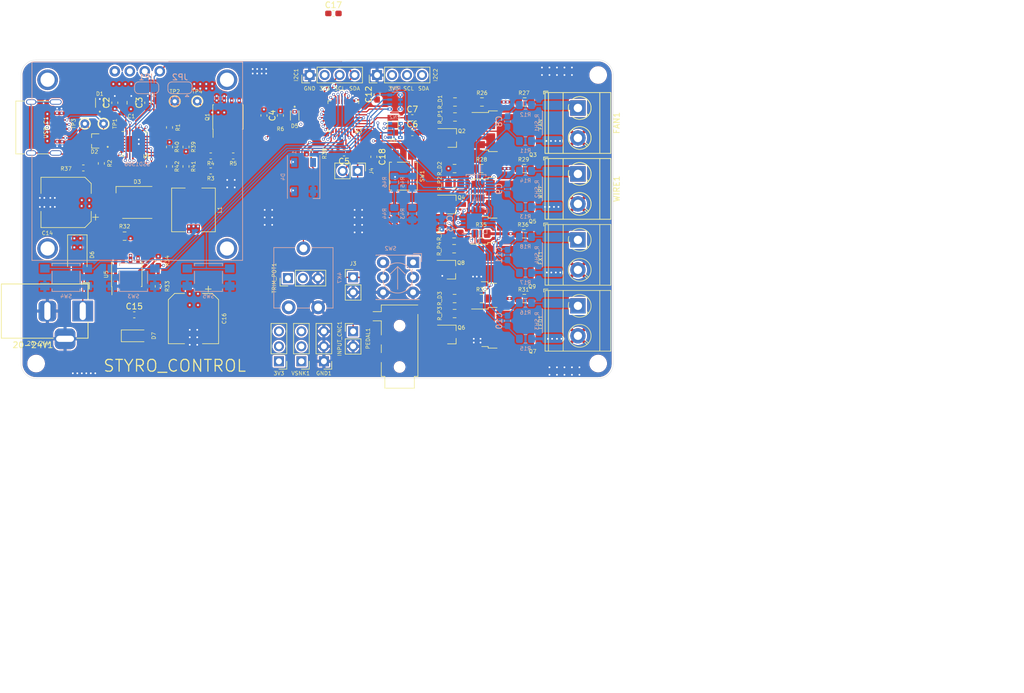
<source format=kicad_pcb>
(kicad_pcb (version 20211014) (generator pcbnew)
  (layers (0 "F.Cu" mixed) (1 "In1.Cu" signal) (2 "In2.Cu" signal) (31 "B.Cu" signal) (34 "B.Paste" user) (35 "F.Paste" user) (36 "B.SilkS" user "B.Silkscreen") (37 "F.SilkS" user "F.Silkscreen") (38 "B.Mask" user) (39 "F.Mask" user) (44 "Edge.Cuts" user))
  (net 0 "")
  (net 1 "/VBUS")
  (net 2 "GND")
  (net 3 "/2V7")
  (net 4 "Net-(C3-Pad1)")
  (net 5 "Net-(C4-Pad2)")
  (net 6 "/VSNK")
  (net 7 "Net-(C5-Pad1)")
  (net 8 "Net-(C6-Pad1)")
  (net 9 "Net-(C7-Pad1)")
  (net 10 "Net-(C8-Pad2)")
  (net 11 "Net-(C8-Pad1)")
  (net 12 "Net-(C10-Pad2)")
  (net 13 "Net-(C10-Pad1)")
  (net 14 "Net-(C11-Pad2)")
  (net 15 "Net-(C11-Pad1)")
  (net 16 "+3V3")
  (net 17 "Net-(C15-Pad1)")
  (net 18 "Net-(D2-Pad2)")
  (net 19 "Net-(D2-Pad1)")
  (net 20 "Net-(D3-Pad6)")
  (net 21 "Net-(D3-Pad4)")
  (net 22 "/WS_EN")
  (net 23 "/WS_DIN")
  (net 24 "Net-(D7-Pad1)")
  (net 25 "/SHIELD")
  (net 26 "/D-")
  (net 27 "/D+")
  (net 28 "/IN1")
  (net 29 "/IN2")
  (net 30 "/SDA")
  (net 31 "/SCL")
  (net 32 "/HEAT_CONTROL/DRAIN")
  (net 33 "/HEAT_SINK")
  (net 34 "/LED_CONTROL/DRAIN")
  (net 35 "/LED_SINK")
  (net 36 "/sheet60BBFA9B/DRAIN")
  (net 37 "/EXT_SINK")
  (net 38 "/FAN_CONTROL/DRAIN")
  (net 39 "/FAN_SINK")
  (net 40 "/SDA2")
  (net 41 "/SCL2")
  (net 42 "/POT")
  (net 43 "Net-(Q1-Pad2)")
  (net 44 "Net-(Q1-Pad1)")
  (net 45 "Net-(Q2-Pad3)")
  (net 46 "Net-(Q2-Pad1)")
  (net 47 "Net-(Q4-Pad3)")
  (net 48 "Net-(Q4-Pad1)")
  (net 49 "Net-(Q6-Pad3)")
  (net 50 "Net-(Q6-Pad1)")
  (net 51 "Net-(Q8-Pad3)")
  (net 52 "Net-(Q8-Pad1)")
  (net 53 "Net-(R1-Pad2)")
  (net 54 "/RESET")
  (net 55 "Net-(R3-Pad2)")
  (net 56 "Net-(R6-Pad2)")
  (net 57 "/ALERT")
  (net 58 "Net-(R32-Pad1)")
  (net 59 "Net-(R33-Pad1)")
  (net 60 "Net-(R39-Pad2)")
  (net 61 "Net-(R40-Pad2)")
  (net 62 "Net-(R43-Pad1)")
  (net 63 "Net-(R44-Pad1)")
  (net 64 "/FC")
  (net 65 "/HC")
  (net 66 "/LC")
  (net 67 "/EC")
  (net 68 "/PWRDN")
  (net 69 "/SLOW")
  (net 70 "/A3")
  (net 71 "/A2")
  (net 72 "/A0")
  (net 73 "/VIN+")
  (net 74 "/VIN-")
  (net 75 "Net-(SW2-Pad1)")
  (net 76 "/RES")
  (net 77 "Net-(20-24V1-Pad1)")
  (net 82 "/A_B_SIDE")
  (net 83 "/GPIO")
  (net 84 "/ATTACH")
  (net 86 "/RX_A7")
  (net 87 "/TX_A6")
  (net 90 "unconnected-(USB_C1-PadB8)")
  (net 91 "Net-(SSD1306-Pad1)")
  (net 92 "Net-(SSD1306-Pad2)")
  (footprint "Capacitor_SMD:C_0805_2012Metric_Pad1.15x1.40mm_HandSolder" (layer "F.Cu") (at 92.964 73.279 -90)
    (fp_text reference "C1")
    (fp_text value "4,7uF")
  )
  (footprint "Capacitor_SMD:C_0603_1608Metric_Pad1.08x0.95mm_HandSolder" (layer "F.Cu") (at 95.758 73.279 90)
    (fp_text reference "C3")
    (fp_text value "100nF")
  )
  (footprint "Capacitor_SMD:C_0603_1608Metric_Pad1.08x0.95mm_HandSolder" (layer "F.Cu") (at 115.443 75.438 -90)
    (fp_text reference "C4")
    (fp_text value "100nF")
  )
  (footprint "Capacitor_SMD:C_0603_1608Metric_Pad1.08x0.95mm_HandSolder" (layer "F.Cu") (at 140.589 78.359)
    (fp_text reference "C6")
    (fp_text value "C")
  )
  (footprint "Capacitor_SMD:C_0603_1608Metric_Pad1.08x0.95mm_HandSolder" (layer "F.Cu") (at 140.589 75.819)
    (fp_text reference "C7")
    (fp_text value "C")
  )
  (footprint "Capacitor_SMD:CP_Elec_8x10" (layer "F.Cu") (at 81.915 90.17 180)
    (fp_text reference "C14")
    (fp_text value "100uF")
  )
  (footprint "Capacitor_SMD:C_0603_1608Metric_Pad1.08x0.95mm_HandSolder" (layer "F.Cu") (at 93.472 109.22)
    (fp_text reference "C15")
    (fp_text value "180pF")
  )
  (footprint "Capacitor_SMD:CP_Elec_8x10" (layer "F.Cu") (at 103.505 109.855 -90)
    (fp_text reference "C16")
    (fp_text value "22uF")
  )
  (footprint "ESDA25P35-1U1M:TVS_ESDA25P35-1U1M" (layer "F.Cu") (at 87.63 73.279 90)
    (fp_text reference "D1")
    (fp_text value "ESDA25P35-1U1M")
  )
  (footprint "ESDA25W:SOT65P210X110-3N" (layer "F.Cu") (at 86.868 79.756 180)
    (fp_text reference "D2")
    (fp_text value "ESDA25W")
  )
  (footprint "LED_SMD:LED_RGB_5050-6" (layer "F.Cu") (at 93.98 90.17)
    (fp_text reference "D3")
    (fp_text value "LED_RGB")
  )
  (footprint "ESDA25P35-1U1M:TVS_ESDA25P35-1U1M" (layer "F.Cu") (at 120.65 75.438 -90)
    (fp_text reference "D5")
    (fp_text value "ESDA25P35-1U1M")
  )
  (footprint "Diode_SMD:D_SOD-123F" (layer "F.Cu") (at 93.472 112.776)
    (fp_text reference "D7")
    (fp_text value "1N5189")
  )
  (footprint "Connector_USB_2:USB_C_Receptacle_Palconn_UTC16-G" (layer "F.Cu") (at 78.232 77.47 -90)
    (fp_text reference "USB_C1")
    (fp_text value "USB_C_Receptacle_USB2.0")
  )
  (footprint "Connector_PinHeader_2.54mm:PinHeader_1x02_P2.54mm_Vertical" (layer "F.Cu") (at 130.556 112.014)
    (fp_text reference "INPUT_CNC1")
    (fp_text value "INPUT_CNC")
  )
  (footprint "Connector_PinHeader_2.54mm:PinHeader_1x02_P2.54mm_Vertical" (layer "F.Cu") (at 130.556 102.87)
    (fp_text reference "J3")
    (fp_text value "INPUT_PEDAL")
  )
  (footprint "Connector_BarrelJack:BarrelJack_Horizontal" (layer "F.Cu") (at 84.74 108.585)
    (fp_text reference "20-24V")
    (fp_text value "Barrel_Jack_Switch")
  )
  (footprint "Connector_PinHeader_2.54mm:PinHeader_1x04_P2.54mm_Vertical" (layer "F.Cu") (at 123.19 68.58 90)
    (fp_text reference "I2C1")
    (fp_text value "-")
  )
  (footprint "Connector_PinHeader_2.54mm:PinHeader_1x04_P2.54mm_Vertical" (layer "F.Cu") (at 134.62 68.58 90)
    (fp_text reference "I2C2")
    (fp_text value "I2C2")
  )
  (footprint "Connector_Audio:Jack_3.5mm_PJ320D_Horizontal" (layer "F.Cu") (at 138.43 113.284 90)
    (fp_text reference "PEDAL1")
    (fp_text value "AudioJack4")
  )
  (footprint "Inductor_SMD:L_7.3x7.3_H3.5" (layer "F.Cu") (at 103.505 91.44 -90)
    (fp_text reference "L1")
    (fp_text value "470uH")
  )
  (footprint "Package_SO:SOIC-8_3.9x4.9mm_P1.27mm" (layer "F.Cu") (at 109.347 75.692 90)
    (fp_text reference "Q1")
    (fp_text value "IRF7324")
  )
  (footprint "Resistor_SMD:R_0603_1608Metric" (layer "F.Cu") (at 99.441 77.47 -90)
    (fp_text reference "R1")
    (fp_text value "1k")
  )
  (footprint "Resistor_SMD:R_0603_1608Metric" (layer "F.Cu") (at 87.884 83.566 -90)
    (fp_text reference "R2")
    (fp_text value "100k")
  )
  (footprint "Resistor_SMD:R_0603_1608Metric" (layer "F.Cu") (at 106.426 84.836 180)
    (fp_text reference "R3")
    (fp_text value "22k")
  )
  (footprint "Resistor_SMD:R_0603_1608Metric" (layer "F.Cu") (at 106.426 82.296)
    (fp_text reference "R4")
    (fp_text value "100k")
  )
  (footprint "Resistor_SMD:R_0603_1608Metric" (layer "F.Cu") (at 110.236 82.296 180)
    (fp_text reference "R5")
    (fp_text value "100")
  )
  (footprint "Resistor_SMD:R_0603_1608Metric" (layer "F.Cu") (at 118.237 75.438 -90)
    (fp_text reference "R6")
    (fp_text value "1k")
  )
  (footprint "Resistor_SMD:R_0805_2012Metric_Pad1.15x1.40mm_HandSolder" (layer "F.Cu") (at 91.83 95.885)
    (fp_text reference "R32")
    (fp_text value "0R18")
  )
  (footprint "Resistor_SMD:R_0603_1608Metric" (layer "F.Cu") (at 97.536 104.394 -90)
    (fp_text reference "R33")
    (fp_text value "10K")
  )
  (footprint "Resistor_SMD:R_0603_1608Metric" (layer "F.Cu") (at 97.536 100.076 90)
    (fp_text reference "R34")
    (fp_text value "16K")
  )
  (footprint "Resistor_SMD:R_0603_1608Metric" (layer "F.Cu") (at 84.836 84.328 180)
    (fp_text reference "R37")
    (fp_text value "100")
  )
  (footprint "Resistor_SMD:R_0603_1608Metric" (layer "F.Cu") (at 102.235 80.772 -90)
    (fp_text reference "R39")
    (fp_text value "DNP")
  )
  (footprint "Resistor_SMD:R_0603_1608Metric" (layer "F.Cu") (at 99.441 84.074 -90)
    (fp_text reference "R42")
    (fp_text value "22k")
  )
  (footprint "meins:SW_4.5x4.5" (layer "F.Cu") (at 139.065 85.725 -90)
    (fp_text reference "SW1")
    (fp_text value "SW_RESET")
  )
  (footprint "TestPoint:TestPoint_THTPad_D1.5mm_Drill0.7mm" (layer "F.Cu") (at 100.33 73.025)
    (fp_text reference "TP2")
    (fp_text value "VBUS")
  )
  (footprint "TestPoint:TestPoint_THTPad_D1.5mm_Drill0.7mm" (layer "F.Cu") (at 104.14 73.025)
    (fp_text reference "TP4")
    (fp_text value "SOURCE")
  )
  (footprint "Package_DFN_QFN:QFN-24-1EP_4x4mm_P0.5mm_EP2.7x2.7mm" (layer "F.Cu") (at 93.472 80.264)
    (fp_text reference "U1")
    (fp_text value "STUSB4500QTR")
  )
  (footprint "Package_DFN_QFN:QFN-32-1EP_5x5mm_P0.5mm_EP3.6x3.6mm" (layer "F.Cu") (at 128.905 75.565 180)
    (fp_text reference "U3")
    (fp_text value "ATSAMD21E18A-M")
  )
  (footprint "Package_SO:SOIC-8_3.9x4.9mm_P1.27mm" (layer "F.Cu") (at 92.202 102.362 90)
    (fp_text reference "U5")
    (fp_text value "MC34063AD_copy")
  )
  (footprint "Crystal:Crystal_SMD_3215-2Pin_3.2x1.5mm" (layer "F.Cu") (at 137.287 77.089 -90)
    (fp_text reference "Y1")
    (fp_text value "Crystal")
  )
  (footprint "TerminalBlock_MetzConnect:TerminalBlock_MetzConnect_Type073_RT02602HBLU_1x02_P5.08mm_Horizontal" (layer "F.Cu") (at 168.656 74.168 -90)
    (fp_text reference "FAN")
    (fp_text value "FAN_CONTROL")
  )
  (footprint "TerminalBlock_MetzConnect:TerminalBlock_MetzConnect_Type073_RT02602HBLU_1x02_P5.08mm_Horizontal" (layer "F.Cu") (at 168.656 96.52 -90)
    (fp_text reference "EXT1")
    (fp_text value "EXT_CONTROL")
  )
  (footprint "TerminalBlock_MetzConnect:TerminalBlock_MetzConnect_Type073_RT02602HBLU_1x02_P5.08mm_Horizontal" (layer "F.Cu") (at 168.656 85.344 -90)
    (fp_text reference "WIRE")
    (fp_text value "HEAT_CONTROL")
  )
  (footprint "Resistor_SMD:R_0805_2012Metric_Pad1.15x1.40mm_HandSolder" (layer "F.Cu") (at 147.675 98.0165 180)
    (fp_text reference "R_P4")
    (fp_text value "R")
  )
  (footprint "Resistor_SMD:R_0805_2012Metric_Pad1.15x1.40mm_HandSolder" (layer "F.Cu") (at 147.819 75.692 180)
    (fp_text reference "R_P1")
    (fp_text value "R")
  )
  (footprint "Resistor_SMD:R_0805_2012Metric_Pad1.15x1.40mm_HandSolder" (layer "F.Cu") (at 147.819 73.152 180)
    (fp_text reference "R_D1")
    (fp_text value "R")
  )
  (footprint "Resistor_SMD:R_0805_2012Metric_Pad1.15x1.40mm_HandSolder" (layer "F.Cu") (at 147.675 95.4765 180)
    (fp_text reference "R_D4")
    (fp_text value "R")
  )
  (footprint "Package_TO_SOT_SMD:TO-252-3_TabPin2" (layer "F.Cu") (at 155.8425 100.433)
    (fp_text reference "Q9")
    (fp_text value "Q_NMOS_GDS")
  )
  (footprint "Package_TO_SOT_SMD:SOT-23_Handsoldering" (layer "F.Cu") (at 147.176 101.5725)
    (fp_text reference "Q8")
    (fp_text value "Q_NPN_BEC")
  )
  (footprint "Resistor_SMD:R_0805_2012Metric_Pad1.15x1.40mm_HandSolder" (layer "F.Cu") (at 159.486 95.4765)
    (fp_text reference "R36")
    (fp_text value "R")
  )
  (footprint "Resistor_SMD:R_0805_2012Metric_Pad1.15x1.40mm_HandSolder" (layer "F.Cu") (at 152.247 95.4765 180)
    (fp_text reference "R35")
    (fp_text value "R")
  )
  (footprint "Package_TO_SOT_SMD:TO-252-3_TabPin2" (layer "F.Cu") (at 155.9865 78.1085)
    (fp_text reference "Q3")
    (fp_text value "Q_NMOS_GDS")
  )
  (footprint "Package_TO_SOT_SMD:SOT-23_Handsoldering" (layer "F.Cu") (at 147.32 79.248)
    (fp_text reference "Q2")
    (fp_text value "Q_NPN_BEC")
  )
  (footprint "Resistor_SMD:R_0805_2012Metric_Pad1.15x1.40mm_HandSolder" (layer "F.Cu") (at 159.63 73.152)
    (fp_text reference "R27")
    (fp_text value "R")
  )
  (footprint "Resistor_SMD:R_0805_2012Metric_Pad1.15x1.40mm_HandSolder" (layer "F.Cu") (at 152.391 73.152 180)
    (fp_text reference "R26")
    (fp_text value "R")
  )
  (footprint "TestPoint:TestPoint_THTPad_D1.5mm_Drill0.7mm" (layer "F.Cu") (at 88.265 76.835)
    (fp_text reference "TP1")
    (fp_text value "CC1")
  )
  (footprint "TestPoint:TestPoint_THTPad_D1.5mm_Drill0.7mm" (layer "F.Cu") (at 85.09 76.835)
    (fp_text reference "TP3")
    (fp_text value "CC2")
  )
  (footprint "Resistor_SMD:R_0603_1608Metric" (layer "F.Cu") (at 99.441 80.772 -90)
    (fp_text reference "R40")
    (fp_text value "DNP")
  )
  (footprint "Resistor_SMD:R_0603_1608Metric" (layer "F.Cu") (at 102.235 84.074 -90)
    (fp_text reference "R41")
    (fp_text value "22k")
  )
  (footprint "Capacitor_SMD:C_0603_1608Metric_Pad1.08x0.95mm_HandSolder" (layer "F.Cu") (at 90.17 73.279 90)
    (fp_text reference "C2")
    (fp_text value "100nF")
  )
  (footprint "Diode_SMD:D_SMA" (layer "F.Cu") (at 83.82 99.06 -90)
    (fp_text reference "D6")
    (fp_text value "D_Schottky")
  )
  (footprint "Resistor_SMD:R_0805_2012Metric_Pad1.15x1.40mm_HandSolder" (layer "F.Cu") (at 147.7485 86.9675 180)
    (fp_text reference "R_P2")
    (fp_text value "R")
  )
  (footprint "Resistor_SMD:R_0805_2012Metric_Pad1.15x1.40mm_HandSolder" (layer "F.Cu") (at 147.7485 84.4275 180)
    (fp_text reference "R_D2")
    (fp_text value "R")
  )
  (footprint "Package_TO_SOT_SMD:TO-252-3_TabPin2" (layer "F.Cu") (at 155.916 89.384)
    (fp_text reference "Q5")
    (fp_text value "Q_NMOS_GDS")
  )
  (footprint "Package_TO_SOT_SMD:SOT-23_Handsoldering" (layer "F.Cu") (at 147.2495 90.5235)
    (fp_text reference "Q4")
    (fp_text value "Q_NPN_BEC")
  )
  (footprint "Resistor_SMD:R_0805_2012Metric_Pad1.15x1.40mm_HandSolder" (layer "F.Cu") (at 159.5595 84.4275)
    (fp_text reference "R29")
    (fp_text value "R")
  )
  (footprint "Resistor_SMD:R_0805_2012Metric_Pad1.15x1.40mm_HandSolder" (layer "F.Cu") (at 152.3205 84.4275 180)
    (fp_text reference "R28")
    (fp_text value "R")
  )
  (footprint "TerminalBlock_MetzConnect:TerminalBlock_MetzConnect_Type073_RT02602HBLU_1x02_P5.08mm_Horizontal" (layer "F.Cu") (at 168.656 107.696 -90)
    (fp_text reference "LED1")
    (fp_text value "LED_CONTROL")
  )
  (footprint "Resistor_SMD:R_0805_2012Metric_Pad1.15x1.40mm_HandSolder" (layer "F.Cu") (at 147.754 109 180)
    (fp_text reference "R_P3")
    (fp_text value "R")
  )
  (footprint "Resistor_SMD:R_0805_2012Metric_Pad1.15x1.40mm_HandSolder" (layer "F.Cu") (at 147.754 106.46 180)
    (fp_text reference "R_D3")
    (fp_text value "R")
  )
  (footprint "Package_TO_SOT_SMD:SOT-23_Handsoldering" (layer "F.Cu") (at 147.255 112.556)
    (fp_text reference "Q6")
    (fp_text value "Q_NPN_BEC")
  )
  (footprint "Resistor_SMD:R_0805_2012Metric_Pad1.15x1.40mm_HandSolder" (layer "F.Cu") (at 159.565 106.46)
    (fp_text reference "R31")
    (fp_text value "R")
  )
  (footprint "Resistor_SMD:R_0805_2012Metric_Pad1.15x1.40mm_HandSolder" (layer "F.Cu") (at 152.326 106.46 180)
    (fp_text reference "R30")
    (fp_text value "R")
  )
  (footprint "Connector_PinHeader_2.54mm:PinHeader_1x02_P2.54mm_Vertical" (layer "F.Cu") (at 131.318 84.836 -90)
    (fp_text reference "J4")
    (fp_text value "SWD")
  )
  (footprint "Capacitor_SMD:C_0603_1608Metric_Pad1.08x0.95mm_HandSolder" (layer "F.Cu") (at 129.023 81.788 180)
    (fp_text reference "C5")
    (fp_text value "1uF")
  )
  (footprint "Resistor_SMD:R_0603_1608Metric" (layer "F.Cu") (at 123.4185 81.915)
    (fp_text reference "R38")
    (fp_text value "R")
  )
  (footprint "Connector_PinHeader_2.54mm:PinHeader_1x03_P2.54mm_Vertical" (layer "F.Cu") (at 125.603 117.094 180)
    (fp_text reference "GND1")
    (fp_text value "GND")
  )
  (footprint "Connector_PinHeader_2.54mm:PinHeader_1x03_P2.54mm_Vertical" (layer "F.Cu") (at 117.983 117.094 180)
    (fp_text reference "3V3")
    (fp_text value "+3V3")
  )
  (footprint "Connector_PinHeader_2.54mm:PinHeader_1x03_P2.54mm_Vertical" (layer "F.Cu") (at 121.793 117.094 180)
    (fp_text reference "VSNK1")
    (fp_text value "VSNK")
  )
  (footprint "Connector_PinHeader_2.54mm:PinHeader_1x03_P2.54mm_Vertical" (layer "F.Cu") (at 119.507 102.997 90)
    (fp_text reference "TRIM_POT1")
    (fp_text value "TRIM_POT")
  )
  (footprint "MountingHole:MountingHole_2.5mm" (layer "F.Cu") (at 172.085 117.475)
    (fp_text reference "H2" hide)
    (fp_text value "MountingHole")
  )
  (footprint "MountingHole:MountingHole_2.5mm" (layer "F.Cu") (at 76.835 117.475)
    (fp_text reference "H3" hide)
    (fp_text value "MountingHole")
  )
  (footprint "MountingHole:MountingHole_2.5mm" (layer "F.Cu") (at 172.085 68.58)
    (fp_text reference "H1" hide)
    (fp_text value "MountingHole")
  )
  (footprint "Capacitor_SMD:C_0603_1608Metric_Pad1.08x0.95mm_HandSolder" (layer "F.Cu") (at 134.62 71.873 90)
    (fp_text reference "C12")
    (fp_text value "100nF")
  )
  (footprint "Package_TO_SOT_SMD:TO-252-3_TabPin2" (layer "F.Cu") (at 155.9215 111.4165)
    (fp_text reference "Q7")
    (fp_text value "Q_NMOS_GDS")
  )
  (footprint "Capacitor_SMD:C_0603_1608Metric_Pad1.08x0.95mm_HandSolder" (layer "F.Cu") (at 127.2205 58.146)
    (fp_text reference "C17")
    (fp_text value "100nF")
  )
  (footprint "TerminalBlock_MetzConnect:TerminalBlock_MetzConnect_Type073_RT02602HBLU_1x02_P5.08mm_Horizontal" (layer "F.Cu") (at 168.656 85.344 -90)
    (fp_text reference "WIRE1")
    (fp_text value "HEAT_CONTROL")
  )
  (footprint "Connector_BarrelJack:BarrelJack_Horizontal" (layer "F.Cu") (at 84.74 108.585)
    (fp_text reference "20-24V1")
    (fp_text value "Barrel_Jack_Switch")
  )
  (footprint "Capacitor_SMD:C_0603_1608Metric_Pad1.08x0.95mm_HandSolder" (layer "F.Cu") (at 134.068 82.446 -90)
    (fp_text reference "C18")
    (fp_text value "100nF")
  )
  (footprint "TerminalBlock_MetzConnect:TerminalBlock_MetzConnect_Type073_RT02602HBLU_1x02_P5.08mm_Horizontal" (layer "F.Cu") (at 168.656 74.168 -90)
    (fp_text reference "FAN1")
    (fp_text value "FAN_CONTROL")
  )
  (footprint "Capacitor_SMD:C_0603_1608Metric_Pad1.08x0.95mm_HandSolder" (layer "B.Cu") (at 156.718 76.454 -90)
    (fp_text reference "C8")
    (fp_text value "C")
  )
  (footprint "Capacitor_SMD:C_0603_1608Metric_Pad1.08x0.95mm_HandSolder" (layer "B.Cu") (at 156.718 87.884 -90)
    (fp_text reference "C9")
    (fp_text value "C")
  )
  (footprint "Capacitor_SMD:C_0603_1608Metric_Pad1.08x0.95mm_HandSolder" (layer "B.Cu") (at 156.718 110.236 -90)
    (fp_text reference "C10")
    (fp_text value "C")
  )
  (footprint "Capacitor_SMD:C_0603_1608Metric_Pad1.08x0.95mm_HandSolder" (layer "B.Cu") (at 156.718 99.06 -90)
    (fp_text reference "C11")
    (fp_text value "C")
  )
  (footprint "LED_SMD:LED_WS2812B_PLCC4_5.0x5.0mm_P3.2mm" (layer "B.Cu") (at 122.174 85.852 -90)
    (fp_text reference "D4")
    (fp_text value "WS2812B")
  )
  (footprint "Resistor_SMD:R_0805_2012Metric_Pad1.15x1.40mm_HandSolder" (layer "B.Cu") (at 159.757 79.756)
    (fp_text reference "R11")
    (fp_text value "R")
  )
  (footprint "Resistor_SMD:R_0805_2012Metric_Pad1.15x1.40mm_HandSolder" (layer "B.Cu") (at 159.766 73.66)
    (fp_text reference "R12")
    (fp_text value "R")
  )
  (footprint "Resistor_SMD:R_0805_2012Metric_Pad1.15x1.40mm_HandSolder" (layer "B.Cu") (at 159.766 90.932)
    (fp_text reference "R13")
    (fp_text value "R")
  )
  (footprint "Resistor_SMD:R_0805_2012Metric_Pad1.15x1.40mm_HandSolder" (layer "B.Cu") (at 159.766 84.836)
    (fp_text reference "R14")
    (fp_text value "R")
  )
  (footprint "Resistor_SMD:R_0805_2012Metric_Pad1.15x1.40mm_HandSolder" (layer "B.Cu") (at 159.757 107.188)
    (fp_text reference "R16")
    (fp_text value "R")
  )
  (footprint "Resistor_SMD:R_0805_2012Metric_Pad1.15x1.40mm_HandSolder" (layer "B.Cu") (at 159.766 102.108)
    (fp_text reference "R17")
    (fp_text value "R")
  )
  (footprint "Resistor_SMD:R_0805_2012Metric_Pad1.15x1.40mm_HandSolder" (layer "B.Cu") (at 159.757 96.012)
    (fp_text reference "R18")
    (fp_text value "R")
  )
  (footprint "Resistor_SMD:R_2512_6332Metric_Pad1.52x3.35mm_HandSolder" (layer "B.Cu") (at 164.338 99.06 -90)
    (fp_text reference "R_SH4")
    (fp_text value "0,02R")
  )
  (footprint "Resistor_SMD:R_2512_6332Metric_Pad1.52x3.35mm_HandSolder" (layer "B.Cu") (at 164.338 76.708 -90)
    (fp_text reference "R_SH1")
    (fp_text value "0,02R")
  )
  (footprint "Resistor_SMD:R_2512_6332Metric_Pad1.52x3.35mm_HandSolder" (layer "B.Cu") (at 164.338 110.236 -90)
    (fp_text reference "R_SH3")
    (fp_text value "0,02R")
  )
  (footprint "Resistor_SMD:R_2512_6332Metric_Pad1.52x3.35mm_HandSolder" (layer "B.Cu") (at 164.338 87.884 -90)
    (fp_text reference "R_SH2")
    (fp_text value "0,02R")
  )
  (footprint "Resistor_SMD:R_0805_2012Metric_Pad1.15x1.40mm_HandSolder" (layer "B.Cu") (at 159.766 113.284)
    (fp_text reference "R15")
    (fp_text value "R")
  )
  (footprint "Package_SO:MSOP-10_3x3mm_P0.5mm" (layer "B.Cu") (at 151.384 87.122)
    (fp_text reference "U4")
    (fp_text value "INA226")
  )
  (footprint "Capacitor_SMD:C_0603_1608Metric_Pad1.08x0.95mm_HandSolder" (layer "B.Cu") (at 145.542 93.726 90)
    (fp_text reference "C13")
    (fp_text value "C")
  )
  (footprint "Resistor_SMD:R_Array_Convex_4x0603" (layer "B.Cu") (at 137.668 73.152 180)
    (fp_text reference "RN1")
    (fp_text value "R_Pack04")
  )
  (footprint "meins:SW_4.5x4.5" (layer "B.Cu") (at 93.345 102.87)
    (fp_text reference "SW3")
    (fp_text value "SW_1")
  )
  (footprint "meins:SW_4.5x4.5" (layer "B.Cu") (at 81.915 102.87)
    (fp_text reference "SW4")
    (fp_text value "SW_2")
  )
  (footprint "meins:SW_4.5x4.5" (layer "B.Cu") (at 106.045 102.87)
    (fp_text reference "SW5")
    (fp_text value "SW_3")
  )
  (footprint "Button_Switch_THT:standard_switch" (layer "B.Cu") (at 140.716 100.33 180)
    (fp_text reference "SW2")
    (fp_text value "switch_6_pin")
  )
  (footprint "Package_DFN_QFN:UQFN-16-1EP_4x4mm_P0.65mm_EP2.6x2.6mm" (layer "B.Cu") (at 151.13 93.345)
    (fp_text reference "U2")
    (fp_text value "PAC1932-4")
  )
  (footprint "Resistor_SMD:R_Array_Convex_4x0603" (layer "B.Cu") (at 137.668 77.978 180)
    (fp_text reference "RN2")
    (fp_text value "4k7")
  )
  (footprint "meins:SSD1306_I2c" (layer "B.Cu") (at 93.98 83.185 180)
    (fp_text reference "SSD1306")
    (fp_text value "SSD1306")
  )
  (footprint "Resistor_SMD:R_0805_2012Metric_Pad1.15x1.40mm_HandSolder" (layer "B.Cu") (at 140.589 92.075 -90)
    (fp_text reference "R43")
    (fp_text value "22k")
  )
  (footprint "Resistor_SMD:R_0805_2012Metric_Pad1.15x1.40mm_HandSolder" (layer "B.Cu") (at 137.541 92.075 -90)
    (fp_text reference "R44")
    (fp_text value "22k")
  )
  (footprint "Resistor_SMD:R_0805_2012Metric_Pad1.15x1.40mm_HandSolder" (layer "B.Cu") (at 140.589 86.741 -90)
    (fp_text reference "R45")
    (fp_text value "DNP")
  )
  (footprint "Resistor_SMD:R_0805_2012Metric_Pad1.15x1.40mm_HandSolder" (layer "B.Cu") (at 137.541 86.741 -90)
    (fp_text reference "R46")
    (fp_text value "DNP")
  )
  (footprint "Potentiometer_THT:Potentiometer_ACP_CA9-V10_Vertical" (layer "B.Cu") (at 119.634 107.95 90)
    (fp_text reference "4K7")
    (fp_text value "R_POT_TRIM")
  )
  (footprint "Jumper:SolderJumper-3_P1.3mm_Open_RoundedPad1.0x1.5mm" (layer "B.Cu") (at 95.568 70.746 180)
    (fp_text reference "JP1")
    (fp_text value "SolderJumper_3_Open")
  )
  (footprint "Jumper:SolderJumper-3_P1.3mm_Open_RoundedPad1.0x1.5mm" (layer "B.Cu") (at 101.218 70.746 180)
    (fp_text reference "JP2")
    (fp_text value "SolderJumper_3_Open")
  )
  (gr_line (start 76.835 120.015) (end 172.085 120.015) (layer "Edge.Cuts") (width 0.05))
  (gr_line (start 172.085 66.04) (end 76.835 66.04) (layer "Edge.Cuts") (width 0.05))
  (gr_line (start 174.625 117.475) (end 174.625 68.58) (layer "Edge.Cuts") (width 0.05))
  (gr_arc (start 174.625 117.475) (mid 173.881051 119.271051) (end 172.085 120.015) (layer "Edge.Cuts") (width 0.05))
  (gr_arc (start 172.085 66.04) (mid 173.881051 66.783949) (end 174.625 68.58) (layer "Edge.Cuts") (width 0.05))
  (gr_arc (start 74.295 68.58) (mid 75.038949 66.783949) (end 76.835 66.04) (layer "Edge.Cuts") (width 0.05))
  (gr_arc (start 76.835 120.015) (mid 75.038949 119.271051) (end 74.295 117.475) (layer "Edge.Cuts") (width 0.05))
  (gr_line (start 74.295 68.58) (end 74.295 117.475) (layer "Edge.Cuts") (width 0.05))
  (gr_text "3V3" (at 125.73 70.866) (layer "F.SilkS") (effects (font (size 0.65 0.65) (thickness 0.09))))
  (gr_text "SDA\n" (at 130.81 70.866) (layer "F.SilkS") (effects (font (size 0.65 0.65) (thickness 0.09))))
  (gr_text "3V3" (at 137.414 70.866) (layer "F.SilkS") (effects (font (size 0.65 0.65) (thickness 0.09))))
  (gr_text "SDA\n" (at 142.494 70.866) (layer "F.SilkS") (effects (font (size 0.65 0.65) (thickness 0.09))))
  (gr_text "SCL\n" (at 139.954 70.866) (layer "F.SilkS") (effects (font (size 0.65 0.65) (thickness 0.09))))
  (gr_text "STYRO_CONTROL\n" (at 100.33 117.856) (layer "F.SilkS") (effects (font (size 2 2) (thickness 0.2))))
  (gr_text "GND" (at 123.19 70.866) (layer "F.SilkS") (effects (font (size 0.65 0.65) (thickness 0.09))))
  (gr_text "SCL\n" (at 128.27 70.866) (layer "F.SilkS") (effects (font (size 0.65 0.65) (thickness 0.09))))
  (via (at 78.74 77.47) (size 0.5) (drill 0.3) (layers "F.Cu" "B.Cu") (net 0))
  (segment (start 80.742 75.07) (end 81.674 75.07) (width 0.2032) (layer "F.Cu") (net 1))
  (segment (start 80.742 79.87) (end 81.5252 79.87) (width 0.2032) (layer "F.Cu") (net 1))
  (segment (start 92.905 74.363) (end 92.02629 75.24171) (width 0.2032) (layer "F.Cu") (net 1))
  (segment (start 80.742 79.87) (end 80.742 79.87) (width 0.2032) (layer "F.Cu") (net 1))
  (segment (start 99.441 73.914) (end 100.33 73.025) (width 0.2032) (layer "F.Cu") (net 1))
  (segment (start 80.01 75.184) (end 79.756 75.184) (width 0.2032) (layer "F.Cu") (net 1))
  (segment (start 80.087106 79.87) (end 79.972305 79.755199) (width 0.2032) (layer "F.Cu") (net 1))
  (segment (start 79.972305 79.755199) (end 79.248801 79.755199) (width 0.2032) (layer "F.Cu") (net 1))
  (segment (start 80.742 75.07) (end 80.742 75.07) (width 0.2032) (layer "F.Cu") (net 1))
  (segment (start 81.5252 79.87) (end 81.6652 80.01) (width 0.2032) (layer "F.Cu") (net 1))
  (segment (start 79.5908 79.502) (end 79.5908 79.3368) (width 0.2032) (layer "F.Cu") (net 1))
  (segment (start 81.5252 75.07) (end 81.6392 75.184) (width 0.2032) (layer "F.Cu") (net 1))
  (segment (start 80.010801 75.184801) (end 80.01 75.184) (width 0.2032) (layer "F.Cu") (net 1))
  (segment (start 92.964 74.304) (end 92.905 74.363) (width 0.2032) (layer "F.Cu") (net 1))
  (segment (start 80.742 79.87) (end 80.087106 79.87) (width 0.2032) (layer "F.Cu") (net 1))
  (segment (start 81.6652 80.01) (end 80.264 80.01) (width 0.2032) (layer "F.Cu") (net 1))
  (segment (start 92.02629 75.24171) (end 92.02629 78.10579) (width 0.2032) (layer "F.Cu") (net 1))
  (segment (start 81.5252 75.07) (end 80.742 75.07) (width 0.2032) (layer "F.Cu") (net 1))
  (segment (start 81.674 75.07) (end 81.559199 75.184801) (width 0.2032) (layer "F.Cu") (net 1))
  (segment (start 92.02629 78.10579) (end 92.222 78.3015) (width 0.2032) (layer "F.Cu") (net 1))
  (segment (start 99.441 76.6825) (end 99.441 73.914) (width 0.2032) (layer "F.Cu") (net 1))
  (segment (start 81.559199 75.184801) (end 80.010801 75.184801) (width 0.2032) (layer "F.Cu") (net 1))
  (via (at 81.15554 75.06208) (size 0.5) (drill 0.3) (layers "F.Cu" "B.Cu") (net 1))
  (via (at 108.712 72.898) (size 0.5) (drill 0.3) (layers "F.Cu" "B.Cu") (net 1))
  (via (at 106.68 70.866) (size 0.5) (drill 0.3) (layers "F.Cu" "B.Cu") (net 1))
  (via (at 107.696 74.93) (size 0.5) (drill 0.3) (layers "F.Cu" "B.Cu") (net 1))
  (via (at 103.632 70.866) (size 0.5) (drill 0.3) (layers "F.Cu" "B.Cu") (net 1))
  (via (at 91.948 70.104) (size 0.5) (drill 0.3) (layers "F.Cu" "B.Cu") (net 1))
  (via (at 104.648 70.866) (size 0.5) (drill 0.3) (layers "F.Cu" "B.Cu") (net 1))
  (via (at 107.442 72.136) (size 0.5) (drill 0.3) (layers "F.Cu" "B.Cu") (net 1))
  (via (at 92.964 70.104) (size 0.5) (drill 0.3) (layers "F.Cu" "B.Cu") (net 1))
  (via (at 107.442 72.898) (size 0.5) (drill 0.3) (layers "F.Cu" "B.Cu") (net 1))
  (via (at 105.664 70.104) (size 0.5) (drill 0.3) (layers "F.Cu" "B.Cu") (net 1))
  (via (at 92.905 74.363) (size 0.5) (drill 0.3) (layers "F.Cu" "B.Cu") (net 1))
  (via (at 81.24698 79.84998) (size 0.5) (drill 0.3) (layers "F.Cu" "B.Cu") (net 1))
  (via (at 108.712 72.136) (size 0.5) (drill 0.3) (layers "F.Cu" "B.Cu") (net 1))
  (via (at 90.932 70.104) (size 0.5) (drill 0.3) (layers "F.Cu" "B.Cu") (net 1))
  (via (at 78.74 78.994) (size 0.5) (drill 0.3) (layers "F.Cu" "B.Cu") (net 1))
  (via (at 78.74 78.232) (size 0.5) (drill 0.3) (layers "F.Cu" "B.Cu") (net 1))
  (via (at 103.632 70.104) (size 0.5) (drill 0.3) (layers "F.Cu" "B.Cu") (net 1))
  (via (at 78.74 75.946) (size 0.5) (drill 0.3) (layers "F.Cu" "B.Cu") (net 1))
  (via (at 104.648 70.104) (size 0.5) (drill 0.3) (layers "F.Cu" "B.Cu") (net 1))
  (via (at 108.712 74.93) (size 0.5) (drill 0.3) (layers "F.Cu" "B.Cu") (net 1))
  (via (at 89.916 70.104) (size 0.5) (drill 0.3) (layers "F.Cu" "B.Cu") (net 1))
  (via (at 105.664 70.866) (size 0.5) (drill 0.3) (layers "F.Cu" "B.Cu") (net 1))
  (via (at 78.74 75.184) (size 0.5) (drill 0.3) (layers "F.Cu" "B.Cu") (net 1))
  (via (at 80.41132 79.86776) (size 0.5) (drill 0.3) (layers "F.Cu" "B.Cu") (net 1))
  (via (at 106.68 70.104) (size 0.5) (drill 0.3) (layers "F.Cu" "B.Cu") (net 1))
  (via (at 80.38084 75.04684) (size 0.5) (drill 0.3) (layers "F.Cu" "B.Cu") (net 1))
  (via (at 78.74 76.708) (size 0.5) (drill 0.3) (layers "F.Cu" "B.Cu") (net 1))
  (via (at 106.68 74.93) (size 0.5) (drill 0.3) (layers "F.Cu" "B.Cu") (net 1))
  (via (at 78.74 79.756) (size 0.5) (drill 0.3) (layers "F.Cu" "B.Cu") (net 1))
  (segment (start 128.655 79.244) (end 128.651 79.248) (width 0.2032) (layer "F.Cu") (net 2))
  (segment (start 93.722 82.2265) (end 93.722 80.514) (width 0.2032) (layer "F.Cu") (net 2))
  (segment (start 93.222 80.014) (end 93.472 80.264) (width 0.2032) (layer "F.Cu") (net 2))
  (segment (start 93.722 80.514) (end 93.472 80.264) (width 0.2032) (layer "F.Cu") (net 2))
  (segment (start 128.655 78.015) (end 128.655 79.244) (width 0.2032) (layer "F.Cu") (net 2))
  (segment (start 130.511758 72.258242) (end 130.511758 72.055258) (width 0.2032) (layer "F.Cu") (net 2))
  (segment (start 130.155 73.115) (end 130.155 72.615) (width 0.2032) (layer "F.Cu") (net 2))
  (segment (start 150.8252 90.683795) (end 150.8252 90.7732) (width 0.2032) (layer "F.Cu") (net 2))
  (segment (start 150.8252 90.7732) (end 151.716 91.664) (width 0.2032) (layer "F.Cu") (net 2))
  (segment (start 93.222 78.3015) (end 93.222 80.014) (width 0.2032) (layer "F.Cu") (net 2))
  (segment (start 130.155 72.615) (end 130.511758 72.258242) (width 0.2032) (layer "F.Cu") (net 2))
  (via (at 94.234 79.502) (size 0.5) (drill 0.3) (layers "F.Cu" "B.Cu") (net 2))
  (via (at 86.868 119.126) (size 0.5) (drill 0.3) (layers "F.Cu" "B.Cu") (net 2))
  (via (at 109.22 86.36) (size 0.5) (drill 0.3) (layers "F.Cu" "B.Cu") (net 2))
  (via (at 130.511758 72.055258) (size 0.5) (drill 0.3) (layers "F.Cu" "B.Cu") (net 2))
  (via (at 151.003 113.919) (size 0.5) (drill 0.3) (layers "F.Cu" "B.Cu") (net 2))
  (via (at 109.22 87.63) (size 0.5) (drill 0.3) (layers "F.Cu" "B.Cu") (net 2))
  (via (at 81.13522 74.26198) (size 0.5) (drill 0.3) (layers "F.Cu" "B.Cu") (net 2))
  (via (at 151.511 102.743) (size 0.5) (drill 0.3) (layers "F.Cu" "B.Cu") (net 2))
  (via (at 79.248 89.408) (size 0.5) (drill 0.3) (layers "F.Cu" "B.Cu") (net 2))
  (via (at 79.248 90.932) (size 0.5) (drill 0.3) (layers "F.Cu" "B.Cu") (net 2))
  (via (at 145.669 102.616) (size 0.5) (drill 0.3) (layers "F.Cu" "B.Cu") (net 2))
  (via (at 132.08 92.71) (size 0.5) (drill 0.3) (layers "F.Cu" "B.Cu") (net 2))
  (via (at 130.81 93.98) (size 0.5) (drill 0.3) (layers "F.Cu" "B.Cu") (net 2))
  (via (at 165.1 119.38) (size 0.5) (drill 0.3) (layers "F.Cu" "B.Cu") (net 2))
  (via (at 77.47 89.408) (size 0.5) (drill 0.3) (layers "F.Cu" "B.Cu") (net 2))
  (via (at 80.01 90.932) (size 0.5) (drill 0.3) (layers "F.Cu" "B.Cu") (net 2))
  (via (at 152.273 102.743) (size 0.5) (drill 0.3) (layers "F.Cu" "B.Cu") (net 2))
  (via (at 78.232 89.408) (size 0.5) (drill 0.3) (layers "F.Cu" "B.Cu") (net 2))
  (via (at 132.08 93.98) (size 0.5) (drill 0.3) (layers "F.Cu" "B.Cu") (net 2))
  (via (at 167.64 119.38) (size 0.5) (drill 0.3) (layers "F.Cu" "B.Cu") (net 2))
  (via (at 83.058 119.126) (size 0.5) (drill 0.3) (layers "F.Cu" "B.Cu") (net 2))
  (via (at 165.1 118.11) (size 0.5) (drill 0.3) (layers "F.Cu" "B.Cu") (net 2))
  (via (at 166.37 119.38) (size 0.5) (drill 0.3) (layers "F.Cu" "B.Cu") (net 2))
  (via (at 167.64 68.58) (size 0.5) (drill 0.3) (layers "F.Cu" "B.Cu") (net 2))
  (via (at 166.37 67.31) (size 0.5) (drill 0.3) (layers "F.Cu" "B.Cu") (net 2))
  (via (at 104.14 113.03) (size 0.5) (drill 0.3) (layers "F.Cu" "B.Cu") (net 2))
  (via (at 115.062 68.326) (size 0.5) (drill 0.3) (layers "F.Cu" "B.Cu") (net 2))
  (via (at 116.84 92.71) (size 0.5) (drill 0.3) (layers "F.Cu" "B.Cu") (net 2))
  (via (at 80.391 74.26198) (size 0.5) (drill 0.3) (layers "F.Cu" "B.Cu") (net 2))
  (via (at 130.81 91.44) (size 0.5) (drill 0.3) (layers "F.Cu" "B.Cu") (net 2))
  (via (at 162.56 67.31) (size 0.5) (drill 0.3) (layers "F.Cu" "B.Cu") (net 2))
  (via (at 152.146 113.919) (size 0.5) (drill 0.3) (layers "F.Cu" "B.Cu") (net 2))
  (via (at 165.1 67.31) (size 0.5) (drill 0.3) (layers "F.Cu" "B.Cu") (net 2))
  (via (at 116.84 93.98) (size 0.5) (drill 0.3) (layers "F.Cu" "B.Cu") (net 2))
  (via (at 115.57 91.44) (size 0.5) (drill 0.3) (layers "F.Cu" "B.Cu") (net 2))
  (via (at 167.64 118.11) (size 0.5) (drill 0.3) (layers "F.Cu" "B.Cu") (net 2))
  (via (at 102.87 113.03) (size 0.5) (drill 0.3) (layers "F.Cu" "B.Cu") (net 2))
  (via (at 113.538 67.564) (size 0.5) (drill 0.3) (layers "F.Cu" "B.Cu") (net 2))
  (via (at 163.83 67.31) (size 0.5) (drill 0.3) (layers "F.Cu" "B.Cu") (net 2))
  (via (at 104.14 114.3) (size 0.5) (drill 0.3) (layers "F.Cu" "B.Cu") (net 2))
  (via (at 128.651 79.248) (size 0.5) (drill 0.3) (layers "F.Cu" "B.Cu") (net 2))
  (via (at 95.758 72.136) (size 0.5) (drill 0.3) (layers "F.Cu" "B.Cu") (net 2))
  (via (at 130.81 92.71) (size 0.5) (drill 0.3) (layers "F.Cu" "B.Cu") (net 2))
  (via (at 130.81 95.25) (size 0.5) (drill 0.3) (layers "F.Cu" "B.Cu") (net 2))
  (via (at 115.57 93.98) (size 0.5) (drill 0.3) (layers "F.Cu" "B.Cu") (net 2))
  (via (at 102.87 111.76) (size 0.5) (drill 0.3) (layers "F.Cu" "B.Cu") (net 2))
  (via (at 163.83 118.11) (size 0.5) (drill 0.3) (layers "F.Cu" "B.Cu") (net 2))
  (via (at 114.3 67.564) (size 0.5) (drill 0.3) (layers "F.Cu" "B.Cu") (net 2))
  (via (at 83.82 119.126) (size 0.5) (drill 0.3) (layers "F.Cu" "B.Cu") (net 2))
  (via (at 90.17 72.136) (size 0.5) (drill 0.3) (layers "F.Cu" "B.Cu") (net 2))
  (via (at 115.062 67.564) (size 0.5) (drill 0.3) (layers "F.Cu" "B.Cu") (net 2))
  (via (at 150.876 102.743) (size 0.5) (drill 0.3) (layers "F.Cu" "B.Cu") (net 2))
  (via (at 80.01 89.408) (size 0.5) (drill 0.3) (layers "F.Cu" "B.Cu") (net 2))
  (via (at 114.3 68.326) (size 0.5) (drill 0.3) (layers "F.Cu" "B.Cu") (net 2))
  (via (at 168.91 119.38) (size 0.5) (drill 0.3) (layers "F.Cu" "B.Cu") (net 2))
  (via (at 110.49 86.36) (size 0.5) (drill 0.3) (layers "F.Cu" "B.Cu") (net 2))
  (via (at 115.824 67.564) (size 0.5) (drill 0.3) (layers "F.Cu" "B.Cu") (net 2))
  (via (at 104.14 111.76) (size 0.5) (drill 0.3) (layers "F.Cu" "B.Cu") (net 2))
  (via (at 78.232 90.932) (size 0.5) (drill 0.3) (layers "F.Cu" "B.Cu") (net 2))
  (via (at 132.08 95.25) (size 0.5) (drill 0.3) (layers "F.Cu" "B.Cu") (net 2))
  (via (at 166.37 118.11) (size 0.5) (drill 0.3) (layers "F.Cu" "B.Cu") (net 2))
  (via (at 165.1 68.58) (size 0.5) (drill 0.3) (layers "F.Cu" "B.Cu") (net 2))
  (via (at 85.344 119.126) (size 0.5) (drill 0.3) (layers "F.Cu" "B.Cu") (net 2))
  (via (at 162.56 68.58) (size 0.5) (drill 0.3) (layers "F.Cu" "B.Cu") (net 2))
  (via (at 102.87 114.3) (size 0.5) (drill 0.3) (layers "F.Cu" "B.Cu") (net 2))
  (via (at 115.57 92.71) (size 0.5) (drill 0.3) (layers "F.Cu" "B.Cu") (net 2))
  (via (at 163.83 119.38) (size 0.5) (drill 0.3) (layers "F.Cu" "B.Cu") (net 2))
  (via (at 166.37 68.58) (size 0.5) (drill 0.3) (layers "F.Cu" "B.Cu") (net 2))
  (via (at 167.64 67.31) (size 0.5) (drill 0.3) (layers "F.Cu" "B.Cu") (net 2))
  (via (at 163.83 68.58) (size 0.5) (drill 0.3) (layers "F.Cu" "B.Cu") (net 2))
  (via (at 150.8252 90.683795) (size 0.5) (drill 0.3) (layers "F.Cu" "B.Cu") (net 2))
  (via (at 110.49 87.63) (size 0.5) (drill 0.3) (layers "F.Cu" "B.Cu") (net 2))
  (via (at 86.106 119.126) (size 0.5) (drill 0.3) (layers "F.Cu" "B.Cu") (net 2))
  (via (at 113.538 68.326) (size 0.5) (drill 0.3) (layers "F.Cu" "B.Cu") (net 2))
  (via (at 148.368 92.895906) (size 0.5) (drill 0.3) (layers "F.Cu" "B.Cu") (net 2))
  (via (at 151.003 113.284) (size 0.5) (drill 0.3) (layers "F.Cu" "B.Cu") (net 2))
  (via (at 87.63 72.644) (size 0.5) (drill 0.3) (layers "F.Cu" "B.Cu") (net 2))
  (via (at 80.391 80.645) (size 0.5) (drill 0.3) (layers "F.Cu" "B.Cu") (net 2))
  (via (at 92.964 72.136) (size 0.5) (drill 0.3) (layers "F.Cu" "B.Cu") (net 2))
  (via (at 94.234 80.264) (size 0.5) (drill 0.3) (layers "F.Cu" "B.Cu") (net 2))
  (via (at 152.4 86.050798) (size 0.5) (drill 0.3) (layers "F.Cu" "B.Cu") (net 2))
  (via (at 84.582 119.126) (size 0.5) (drill 0.3) (layers "F.Cu" "B.Cu") (net 2))
  (via (at 132.08 91.44) (size 0.5) (drill 0.3) (layers "F.Cu" "B.Cu") (net 2))
  (via (at 116.84 91.44) (size 0.5) (drill 0.3) (layers "F.Cu" "B.Cu") (net 2))
  (via (at 168.91 118.11) (size 0.5) (drill 0.3) (layers "F.Cu" "B.Cu") (net 2))
  (via (at 77.47 90.932) (size 0.5) (drill 0.3) (layers "F.Cu" "B.Cu") (net 2))
  (via (at 115.824 68.326) (size 0.5) (drill 0.3) (layers "F.Cu" "B.Cu") (net 2))
  (via (at 152.146 113.284) (size 0.5) (drill 0.3) (layers "F.Cu" "B.Cu") (net 2))
  (via (at 81.28 80.645) (size 0.5) (drill 0.3) (layers "F.Cu" "B.Cu") (net 2))
  (segment (start 152.4 86.3412) (end 152.4 86.050798) (width 0.2032) (layer "B.Cu") (net 2))
  (segment (start 148.492094 93.02) (end 148.368 92.895906) (width 0.2032) (layer "B.Cu") (net 2))
  (segment (start 149.1925 93.02) (end 148.492094 93.02) (width 0.2032) (layer "B.Cu") (net 2))
  (segment (start 153.584 86.622) (end 152.6808 86.622) (width 0.2032) (layer "B.Cu") (net 2))
  (segment (start 152.6808 86.622) (end 152.4 86.3412) (width 0.2032) (layer "B.Cu") (net 2))
  (segment (start 153.584 86.622) (end 152.793402 86.622) (width 0.254) (layer "B.Cu") (net 2))
  (segment (start 99.441 79.9845) (end 99.441 79.9845) (width 0.2032) (layer "F.Cu") (net 3))
  (segment (start 96.78821 73.738666) (end 96.448334 73.39879) (width 0.254) (layer "F.Cu") (net 3))
  (segment (start 92.722 78.3015) (end 92.722 76.7604) (width 0.2032) (layer "F.Cu") (net 3))
  (segment (start 96.78821 75.32521) (end 96.78821 73.738666) (width 0.254) (layer "F.Cu") (net 3))
  (segment (start 100.24621 79.17929) (end 100.24621 77.811362) (width 0.254) (layer "F.Cu") (net 3))
  (segment (start 99.441 79.9845) (end 100.24621 79.17929) (width 0.254) (layer "F.Cu") (net 3))
  (segment (start 96.448334 73.39879) (end 91.07521 73.39879) (width 0.254) (layer "F.Cu") (net 3))
  (segment (start 90.793372 73.680628) (end 90.17 74.304) (width 0.254) (layer "F.Cu") (net 3))
  (segment (start 92.722 76.7604) (end 92.7744 76.708) (width 0.2032) (layer "F.Cu") (net 3))
  (segment (start 98.91321 77.45021) (end 96.78821 75.32521) (width 0.254) (layer "F.Cu") (net 3))
  (segment (start 91.07521 73.39879) (end 90.793372 73.680628) (width 0.254) (layer "F.Cu") (net 3))
  (segment (start 99.885058 77.45021) (end 98.91321 77.45021) (width 0.254) (layer "F.Cu") (net 3))
  (segment (start 102.235 79.9845) (end 99.441 79.9845) (width 0.2032) (layer "F.Cu") (net 3))
  (segment (start 100.24621 77.811362) (end 99.885058 77.45021) (width 0.254) (layer "F.Cu") (net 3))
  (via (at 92.7744 76.708) (size 0.5) (drill 0.3) (layers "F.Cu" "B.Cu") (net 3))
  (via (at 90.17 74.304) (size 0.5) (drill 0.3) (layers "F.Cu" "B.Cu") (net 3))
  (via (at 99.441 79.9845) (size 0.5) (drill 0.3) (layers "F.Cu" "B.Cu") (net 3))
  (segment (start 90.3704 74.304) (end 90.17 74.304) (width 0.2032) (layer "B.Cu") (net 3))
  (segment (start 92.7744 76.708) (end 90.3704 74.304) (width 0.2032) (layer "B.Cu") (net 3))
  (segment (start 93.722 78.3015) (end 93.722 76.34) (width 0.2032) (layer "F.Cu") (net 4))
  (segment (start 93.722 76.34) (end 95.758 74.304) (width 0.2032) (layer "F.Cu") (net 4))
  (segment (start 111.0235 82.296) (end 111.0235 80.8825) (width 0.2032) (layer "F.Cu") (net 5))
  (segment (start 111.0235 80.8825) (end 115.443 76.463) (width 0.2032) (layer "F.Cu") (net 5))
  (segment (start 153.416 73.152) (end 156.083 73.152) (width 0.508) (layer "F.Cu") (net 6))
  (segment (start 153.272 95.4765) (end 157.2535 95.4765) (width 0.508) (layer "F.Cu") (net 6))
  (segment (start 153.3455 84.4275) (end 156.2375 84.4275) (width 0.508) (layer "F.Cu") (net 6))
  (segment (start 153.351 106.46) (end 157.065 106.46) (width 0.508) (layer "F.Cu") (net 6))
  (segment (start 156.2375 84.4275) (end 156.8725 84.4275) (width 0.508) (layer "F.Cu") (net 6))
  (segment (start 156.083 73.152) (end 156.718 73.152) (width 0.508) (layer "F.Cu") (net 6))
  (segment (start 157.2535 95.4765) (end 158.461 95.4765) (width 0.508) (layer "F.Cu") (net 6))
  (segment (start 157.065 106.46) (end 158.54 106.46) (width 0.508) (layer "F.Cu") (net 6))
  (segment (start 156.8725 84.4275) (end 158.5345 84.4275) (width 0.508) (layer "F.Cu") (net 6))
  (segment (start 156.718 73.152) (end 158.605 73.152) (width 0.508) (layer "F.Cu") (net 6))
  (segment (start 84.556 90.779) (end 85.165 90.17) (width 0.508) (layer "F.Cu") (net 6))
  (segment (start 83.82 97.06) (end 83.82 91.515) (width 0.508) (layer "F.Cu") (net 6))
  (segment (start 83.82 91.515) (end 84.556 90.779) (width 0.508) (layer "F.Cu") (net 6))
  (via (at 165.6685 102.0475) (size 0.5) (drill 0.3) (layers "F.Cu" "B.Cu") (net 6))
  (via (at 165.354 90.932) (size 0.5) (drill 0.3) (layers "F.Cu" "B.Cu") (net 6))
  (via (at 85.852 90.805) (size 0.5) (drill 0.3) (layers "F.Cu" "B.Cu") (net 6))
  (via (at 115.443 74.422) (size 0.5) (drill 0.3) (layers "F.Cu" "B.Cu") (net 6))
  (via (at 164.9065 102.0475) (size 0.5) (drill 0.3) (layers "F.Cu" "B.Cu") (net 6))
  (via (at 84.328 97.79) (size 0.5) (drill 0.3) (layers "F.Cu" "B.Cu") (net 6))
  (via (at 163.576 113.284) (size 0.5) (drill 0.3) (layers "F.Cu" "B.Cu") (net 6))
  (via (at 156.2375 84.4275) (size 0.5) (drill 0.3) (layers "F.Cu" "B.Cu") (net 6))
  (via (at 156.718 73.152) (size 0.5) (drill 0.3) (layers "F.Cu" "B.Cu") (net 6))
  (via (at 83.312 96.266) (size 0.5) (drill 0.3) (layers "F.Cu" "B.Cu") (net 6))
  (via (at 163.322 79.756) (size 0.5) (drill 0.3) (layers "F.Cu" "B.Cu") (net 6))
  (via (at 164.1445 102.0475) (size 0.5) (drill 0.3) (layers "F.Cu" "B.Cu") (net 6))
  (via (at 163.3825 102.0475) (size 0.5) (drill 0.3) (layers "F.Cu" "B.Cu") (net 6))
  (via (at 165.608 79.756) (size 0.5) (drill 0.3) (layers "F.Cu" "B.Cu") (net 6))
  (via (at 92.837 99.949) (size 0.5) (drill 0.3) (layers "F.Cu" "B.Cu") (net 6))
  (via (at 84.582 89.789) (size 0.5) (drill 0.3) (layers "F.Cu" "B.Cu") (net 6))
  (via (at 85.852 89.789) (size 0.5) (drill 0.3) (layers "F.Cu" "B.Cu") (net 6))
  (via (at 120.65 74.803) (size 0.5) (drill 0.3) (layers "F.Cu" "B.Cu") (net 6))
  (via (at 156.083 73.152) (size 0.5) (drill 0.3) (layers "F.Cu" "B.Cu") (net 6))
  (via (at 109.982 72.898) (size 0.5) (drill 0.3) (layers "F.Cu" "B.Cu") (net 6))
  (via (at 92.837 99.187) (size 0.5) (drill 0.3) (layers "F.Cu" "B.Cu") (net 6))
  (via (at 165.862 113.284) (size 0.5) (drill 0.3) (layers "F.Cu" "B.Cu") (net 6))
  (via (at 84.556 90.779) (size 0.5) (drill 0.3) (layers "F.Cu" "B.Cu") (net 6))
  (via (at 163.83 90.932) (size 0.5) (drill 0.3) (layers "F.Cu" "B.Cu") (net 6))
  (via (at 165.1 113.284) (size 0.5) (drill 0.3) (layers "F.Cu" "B.Cu") (net 6))
  (via (at 164.846 79.756) (size 0.5) (drill 0.3) (layers "F.Cu" "B.Cu") (net 6))
  (via (at 118.237 74.676) (size 0.5) (drill 0.3) (layers "F.Cu" "B.Cu") (net 6))
  (via (at 164.2775 113.284) (size 0.5) (drill 0.3) (layers "F.Cu" "B.Cu") (net 6))
  (via (at 163.068 90.932) (size 0.5) (drill 0.3) (layers "F.Cu" "B.Cu") (net 6))
  (via (at 92.837 96.266) (size 0.5) (drill 0.3) (layers "F.Cu" "B.Cu") (net 6))
  (via (at 164.592 90.932) (size 0.5) (drill 0.3) (layers "F.Cu" "B.Cu") (net 6))
  (via (at 156.8725 84.4275) (size 0.5) (drill 0.3) (layers "F.Cu" "B.Cu") (net 6))
  (via (at 83.312 97.79) (size 0.5) (drill 0.3) (layers "F.Cu" "B.Cu") (net 6))
  (via (at 164.084 79.756) (size 0.5) (drill 0.3) (layers "F.Cu" "B.Cu") (net 6))
  (via (at 84.328 96.266) (size 0.5) (drill 0.3) (layers "F.Cu" "B.Cu") (net 6))
  (via (at 157.2535 95.4765) (size 0.5) (drill 0.3) (layers "F.Cu" "B.Cu") (net 6))
  (via (at 111.252 72.898) (size 0.5) (drill 0.3) (layers "F.Cu" "B.Cu") (net 6))
  (via (at 157.065 106.46) (size 0.5) (drill 0.3) (layers "F.Cu" "B.Cu") (net 6))
  (segment (start 163.576 113.284) (end 164.2775 113.284) (width 0.508) (layer "B.Cu") (net 6))
  (segment (start 164.2775 113.284) (end 164.338 113.2235) (width 0.508) (layer "B.Cu") (net 6))
  (segment (start 163.3825 102.0475) (end 163.3825 102.0475) (width 0.508) (layer "B.Cu") (net 6))
  (segment (start 164.0175 102.0475) (end 163.3825 102.0475) (width 0.508) (layer "B.Cu") (net 6))
  (segment (start 163.068 90.932) (end 163.068 90.932) (width 0.508) (layer "B.Cu") (net 6))
  (segment (start 163.703 90.932) (end 163.83 90.932) (width 0.508) (layer "B.Cu") (net 6))
  (segment (start 163.3825 102.0475) (end 160.8515 102.0475) (width 0.508) (layer "B.Cu") (net 6))
  (segment (start 164.1445 102.0475) (end 164.0175 102.0475) (width 0.508) (layer "B.Cu") (net 6))
  (segment (start 163.068 90.932) (end 163.703 90.932) (width 0.508) (layer "B.Cu") (net 6))
  (segment (start 163.83 90.932) (end 164.2775 90.932) (width 0.508) (layer "B.Cu") (net 6))
  (segment (start 163.322 79.756) (end 164.084 79.756) (width 0.508) (layer "B.Cu") (net 6))
  (segment (start 164.084 79.756) (end 164.2775 79.756) (width 0.508) (layer "B.Cu") (net 6))
  (segment (start 153.584 87.122) (end 154.538 87.122) (width 0.254) (layer "B.Cu") (net 6))
  (segment (start 154.538 87.122) (end 156.2375 85.4225) (width 0.254) (layer "B.Cu") (net 6))
  (segment (start 164.2775 113.284) (end 164.2775 113.284) (width 0.508) (layer "B.Cu") (net 6))
  (segment (start 160.782 79.756) (end 163.322 79.756) (width 0.508) (layer "B.Cu") (net 6))
  (segment (start 164.338 102.0475) (end 164.1445 102.0475) (width 0.508) (layer "B.Cu") (net 6))
  (segment (start 156.2375 84.781053) (end 156.2375 84.4275) (width 0.254) (layer "B.Cu") (net 6))
  (segment (start 160.791 90.932) (end 163.068 90.932) (width 0.508) (layer "B.Cu") (net 6))
  (segment (start 164.2775 90.932) (end 164.338 90.8715) (width 0.508) (layer "B.Cu") (net 6))
  (segment (start 160.791 113.284) (end 163.576 113.284) (width 0.508) (layer "B.Cu") (net 6))
  (segment (start 160.8515 102.0475) (end 160.791 102.108) (width 0.508) (layer "B.Cu") (net 6))
  (segment (start 164.2775 79.756) (end 164.338 79.6955) (width 0.508) (layer "B.Cu") (net 6))
  (segment (start 156.2375 85.4225) (end 156.2375 84.781053) (width 0.254) (layer "B.Cu") (net 6))
  (segment (start 129.340799 80.280799) (end 129.340799 79.556799) (width 0.2032) (layer "F.Cu") (net 7))
  (segment (start 129.19779 78.55779) (end 129.155 78.515) (width 0.254) (layer "F.Cu") (net 7))
  (segment (start 129.155 78.515) (end 129.155 78.015) (width 0.254) (layer "F.Cu") (net 7))
  (segment (start 130.048 81.788) (end 130.048 80.988) (width 0.254) (layer "F.Cu") (net 7))
  (segment (start 129.340799 79.556799) (end 129.205801 79.421801) (width 0.2032) (layer "F.Cu") (net 7))
  (segment (start 130.048 80.988) (end 129.340799 80.280799) (width 0.254) (layer "F.Cu") (net 7))
  (segment (start 129.205801 78.565801) (end 129.19779 78.55779) (width 0.2032) (layer "F.Cu") (net 7))
  (segment (start 129.205801 79.421801) (end 129.205801 78.565801) (width 0.2032) (layer "F.Cu") (net 7))
  (segment (start 137.287 78.339) (end 139.694 78.339) (width 0.2032) (layer "F.Cu") (net 8))
  (segment (start 134.747 78.359) (end 133.712267 77.324267) (width 0.2032) (layer "F.Cu") (net 8))
  (segment (start 137.287 78.339) (end 134.747 78.359) (width 0.2032) (layer "F.Cu") (net 8))
  (segment (start 139.694 78.339) (end 139.714 78.359) (width 0.2032) (layer "F.Cu") (net 8))
  (segment (start 133.712267 77.324267) (end 131.355 77.315) (width 0.2032) (layer "F.Cu") (net 8))
  (segment (start 133.606013 76.832987) (end 134.62 75.819) (width 0.2032) (layer "F.Cu") (net 9))
  (segment (start 137.307 75.819) (end 137.287 75.839) (width 0.2032) (layer "F.Cu") (net 9))
  (segment (start 134.62 75.819) (end 137.287 75.839) (width 0.2032) (layer "F.Cu") (net 9))
  (segment (start 131.355 76.815) (end 133.606013 76.832987) (width 0.2032) (layer "F.Cu") (net 9))
  (segment (start 139.714 75.819) (end 137.307 75.819) (width 0.2032) (layer "F.Cu") (net 9))
  (segment (start 151.845199 87.075199) (end 152.172789 87.402789) (width 0.2032) (layer "B.Cu") (net 10))
  (segment (start 156.718 77.479) (end 151.845199 82.351801) (width 0.2032) (layer "B.Cu") (net 10))
  (segment (start 156.718 77.742) (end 158.732 79.756) (width 0.2032) (layer "B.Cu") (net 10))
  (segment (start 152.172789 87.402789) (end 152.172789 91.339711) (width 0.2032) (layer "B.Cu") (net 10))
  (segment (start 152.172789 91.339711) (end 152.105 91.4075) (width 0.2032) (layer "B.Cu") (net 10))
  (segment (start 156.718 77.479) (end 156.718 77.742) (width 0.2032) (layer "B.Cu") (net 10))
  (segment (start 156.718 77.479) (end 156.094628 76.855628) (width 0.2032) (layer "B.Cu") (net 10))
  (segment (start 151.845199 82.351801) (end 151.845199 87.075199) (width 0.2032) (layer "B.Cu") (net 10))
  (segment (start 158.741 73.66) (end 158.487 73.66) (width 0.2032) (layer "B.Cu") (net 11))
  (segment (start 155.947 76.2) (end 156.718 75.429) (width 0.2032) (layer "B.Cu") (net 11))
  (segment (start 151.438789 87.243539) (end 151.438789 80.217697) (width 0.2032) (layer "B.Cu") (net 11))
  (segment (start 151.766379 87.571129) (end 151.438789 87.243539) (width 0.2032) (layer "B.Cu") (net 11))
  (segment (start 151.766379 90.547621) (end 151.766379 87.571129) (width 0.2032) (layer "B.Cu") (net 11))
  (segment (start 151.455 90.859) (end 151.766379 90.547621) (width 0.2032) (layer "B.Cu") (net 11))
  (segment (start 155.456486 76.2) (end 155.947 76.2) (width 0.2032) (layer "B.Cu") (net 11))
  (segment (start 158.487 73.66) (end 156.718 75.429) (width 0.2032) (layer "B.Cu") (net 11))
  (segment (start 151.455 91.4075) (end 151.455 90.859) (width 0.2032) (layer "B.Cu") (net 11))
  (segment (start 151.438789 80.217697) (end 155.456486 76.2) (width 0.2032) (layer "B.Cu") (net 11))
  (segment (start 152.915815 104.888039) (end 153.222761 104.888039) (width 0.2032) (layer "F.Cu") (net 12))
  (segment (start 153.222761 104.888039) (end 153.9708 104.14) (width 0.2032) (layer "F.Cu") (net 12))
  (via (at 152.915815 104.888039) (size 0.5) (drill 0.3) (layers "F.Cu" "B.Cu") (net 12))
  (via (at 153.9708 104.14) (size 0.5) (drill 0.3) (layers "F.Cu" "B.Cu") (net 12))
  (segment (start 153.9708 104.14) (end 153.9708 98.777564) (width 0.2032) (layer "B.Cu") (net 12))
  (segment (start 152.105 95.2825) (end 152.105 96.911764) (width 0.2032) (layer "B.Cu") (net 12))
  (segment (start 155.918 111.261) (end 152.915815 108.258815) (width 0.2032) (layer "B.Cu") (net 12))
  (segment (start 152.915815 108.258815) (end 152.915815 104.888039) (width 0.2032) (layer "B.Cu") (net 12))
  (segment (start 156.718 111.261) (end 155.918 111.261) (width 0.2032) (layer "B.Cu") (net 12))
  (segment (start 156.718 111.261) (end 158.741 113.284) (width 0.2032) (layer "B.Cu") (net 12))
  (segment (start 152.105 96.911764) (end 153.9708 98.777564) (width 0.2032) (layer "B.Cu") (net 12))
  (segment (start 151.455 96.937) (end 153.416 98.898) (width 0.2032) (layer "B.Cu") (net 13))
  (segment (start 155.655 109.474) (end 155.448 109.474) (width 0.2032) (layer "B.Cu") (net 13))
  (segment (start 155.448 109.474) (end 153.67 107.696) (width 0.2032) (layer "B.Cu") (net 13))
  (segment (start 153.67 104.902) (end 153.416 104.648) (width 0.2032) (layer "B.Cu") (net 13))
  (segment (start 155.918 109.211) (end 155.655 109.474) (width 0.2032) (layer "B.Cu") (net 13))
  (segment (start 151.455 95.2825) (end 151.455 96.937) (width 0.2032) (layer "B.Cu") (net 13))
  (segment (start 156.718 109.202) (end 158.732 107.188) (width 0.2032) (layer "B.Cu") (net 13))
  (segment (start 153.416 104.648) (end 153.416 98.898) (width 0.2032) (layer "B.Cu") (net 13))
  (segment (start 156.718 109.211) (end 155.918 109.211) (width 0.2032) (layer "B.Cu") (net 13))
  (segment (start 153.67 107.696) (end 153.67 104.902) (width 0.2032) (layer "B.Cu") (net 13))
  (segment (start 156.718 109.211) (end 156.718 109.202) (width 0.2032) (layer "B.Cu") (net 13))
  (segment (start 154.452659 97.054141) (end 155.2408 96.266) (width 0.2032) (layer "F.Cu") (net 14))
  (segment (start 154.3852 97.054141) (end 154.452659 97.054141) (width 0.2032) (layer "F.Cu") (net 14))
  (via (at 154.3852 97.054141) (size 0.5) (drill 0.3) (layers "F.Cu" "B.Cu") (net 14))
  (via (at 155.2408 96.266) (size 0.5) (drill 0.3) (layers "F.Cu" "B.Cu") (net 14))
  (segment (start 158.741 102.108) (end 156.718 100.085) (width 0.2032) (layer "B.Cu") (net 14))
  (segment (start 153.0675 93.67) (end 153.644 93.67) (width 0.2032) (layer "B.Cu") (net 14))
  (segment (start 155.490799 96.016001) (end 155.490799 94.668799) (width 0.2032) (layer "B.Cu") (net 14))
  (segment (start 156.718 100.085) (end 155.918 100.085) (width 0.2032) (layer "B.Cu") (net 14))
  (segment (start 154.492 93.67) (end 153.644 93.67) (width 0.2032) (layer "B.Cu") (net 14))
  (segment (start 154.3852 98.5522) (end 154.3852 97.054141) (width 0.2032) (layer "B.Cu") (net 14))
  (segment (start 155.918 100.085) (end 154.3852 98.5522) (width 0.2032) (layer "B.Cu") (net 14))
  (segment (start 155.2408 96.266) (end 155.490799 96.016001) (width 0.2032) (layer "B.Cu") (net 14))
  (segment (start 155.490799 94.668799) (end 154.492 93.67) (width 0.2032) (layer "B.Cu") (net 14))
  (segment (start 153.644 93.67) (end 153.93475 93.67) (width 0.2032) (layer "B.Cu") (net 14))
  (segment (start 154.94 96.822614) (end 154.686 96.568614) (width 0.2032) (layer "B.Cu") (net 15))
  (segment (start 154.686 96.568614) (end 154.686 94.864) (width 0.2032) (layer "B.Cu") (net 15))
  (segment (start 156.718 98.035) (end 156.718 98.026) (width 0.2032) (layer "B.Cu") (net 15))
  (segment (start 155.702 98.251) (end 155.383514 98.251) (width 0.2032) (layer "B.Cu") (net 15))
  (segment (start 154.686 94.864) (end 154.142 94.32) (width 0.2032) (layer "B.Cu") (net 15))
  (segment (start 154.142 94.32) (end 153.0675 94.32) (width 0.2032) (layer "B.Cu") (net 15))
  (segment (start 155.383514 98.251) (end 154.94 97.807486) (width 0.2032) (layer "B.Cu") (net 15))
  (segment (start 156.718 98.026) (end 158.732 96.012) (width 0.2032) (layer "B.Cu") (net 15))
  (segment (start 156.718 98.035) (end 155.918 98.035) (width 0.2032) (layer "B.Cu") (net 15))
  (segment (start 155.918 98.035) (end 155.702 98.251) (width 0.2032) (layer "B.Cu") (net 15))
  (segment (start 154.94 97.807486) (end 154.94 96.822614) (width 0.2032) (layer "B.Cu") (net 15))
  (segment (start 132.455811 72.785189) (end 132.588 72.653) (width 0.2032) (layer "F.Cu") (net 16))
  (segment (start 129.655 78.855) (end 129.655 78.94383) (width 0.2032) (layer "F.Cu") (net 16))
  (segment (start 129.655 78.94383) (end 129.920743 79.209573) (width 0.2032) (layer "F.Cu") (net 16))
  (segment (start 130.655 73.115) (end 130.734189 73.115) (width 0.2032) (layer "F.Cu") (net 16))
  (segment (start 134.507189 72.785189) (end 134.62 72.898) (width 0.2032) (layer "F.Cu") (net 16))
  (segment (start 129.655 78.855) (end 129.655 78.015) (width 0.254) (layer "F.Cu") (net 16))
  (segment (start 130.734189 73.115) (end 131.064 72.785189) (width 0.2032) (layer "F.Cu") (net 16))
  (segment (start 131.064 72.785189) (end 134.507189 72.785189) (width 0.2032) (layer "F.Cu") (net 16))
  (via (at 150.622 96.647) (size 0.5) (drill 0.3) (layers "F.Cu" "B.Cu") (net 16))
  (via (at 138.568 79.178) (size 0.5) (drill 0.3) (layers "F.Cu" "B.Cu") (net 16))
  (via (at 154.432 85.852) (size 0.5) (drill 0.3) (layers "F.Cu" "B.Cu") (net 16))
  (via (at 104.267 94.234) (size 0.5) (drill 0.3) (layers "F.Cu" "B.Cu") (net 16))
  (via (at 102.87 105.664) (size 0.5) (drill 0.3) (layers "F.Cu" "B.Cu") (net 16))
  (via (at 138.568 71.952) (size 0.5) (drill 0.3) (layers "F.Cu" "B.Cu") (net 16))
  (via (at 104.267 107.569) (size 0.5) (drill 0.3) (layers "F.Cu" "B.Cu") (net 16))
  (via (at 103.505 94.234) (size 0.5) (drill 0.3) (layers "F.Cu" "B.Cu") (net 16))
  (via (at 138.568 74.352) (size 0.5) (drill 0.3) (layers "F.Cu" "B.Cu") (net 16))
  (via (at 102.743 95.123) (size 0.5) (drill 0.3) (layers "F.Cu" "B.Cu") (net 16))
  (via (at 102.87 107.569) (size 0.5) (drill 0.3) (layers "F.Cu" "B.Cu") (net 16))
  (via (at 145.542 94.742) (size 0.5) (drill 0.3) (layers "F.Cu" "B.Cu") (net 16))
  (via (at 131.064 72.785189) (size 0.5) (drill 0.3) (layers "F.Cu" "B.Cu") (net 16))
  (via (at 104.267 105.664) (size 0.5) (drill 0.3) (layers "F.Cu" "B.Cu") (net 16))
  (via (at 97.536 99.314) (size 0.5) (drill 0.3) (layers "F.Cu" "B.Cu") (net 16))
  (via (at 102.743 94.234) (size 0.5) (drill 0.3) (layers "F.Cu" "B.Cu") (net 16))
  (via (at 148.368 93.599) (size 0.5) (drill 0.3) (layers "F.Cu" "B.Cu") (net 16))
  (via (at 138.684 76.835) (size 0.5) (drill 0.3) (layers "F.Cu" "B.Cu") (net 16))
  (via (at 129.920743 79.209573) (size 0.5) (drill 0.3) (layers "F.Cu" "B.Cu") (net 16))
  (via (at 137.668 85.852) (size 0.5) (drill 0.3) (layers "F.Cu" "B.Cu") (net 16))
  (via (at 122.682 82.042) (size 0.5) (drill 0.3) (layers "F.Cu" "B.Cu") (net 16))
  (segment (start 138.568 71.952) (end 138.568 72.752) (width 0.2032) (layer "B.Cu") (net 16))
  (segment (start 138.568 74.352) (end 138.568 73.552) (width 0.2032) (layer "B.Cu") (net 16))
  (segment (start 138.568 79.178) (end 138.568 79.178) (width 0.2032) (layer "B.Cu") (net 16))
  (segment (start 148.848 93.595) (end 148.844 93.599) (width 0.2032) (layer "B.Cu") (net 16))
  (segment (start 150.805 95.2825) (end 150.805 96.464) (width 0.2032) (layer "B.Cu") (net 16))
  (segment (start 150.805 96.464) (end 150.622 96.647) (width 0.2032) (layer "B.Cu") (net 16))
  (segment (start 138.568 71.952) (end 138.568 71.952) (width 0.2032) (layer "B.Cu") (net 16))
  (segment (start 148.848 93.595) (end 148.594 93.595) (width 0.2032) (layer "B.Cu") (net 16))
  (segment (start 154.162 86.122) (end 154.432 85.852) (width 0.2032) (layer "B.Cu") (net 16))
  (segment (start 153.584 86.122) (end 154.162 86.122) (width 0.2032) (layer "B.Cu") (net 16))
  (segment (start 138.568 72.752) (end 138.568 73.552) (width 0.2032) (layer "B.Cu") (net 16))
  (segment (start 138.568 74.352) (end 138.568 74.352) (width 0.2032) (layer "B.Cu") (net 16))
  (segment (start 138.568 77.578) (end 138.568 78.378) (width 0.2032) (layer "B.Cu") (net 16))
  (segment (start 138.568 76.778) (end 138.568 77.578) (width 0.2032) (layer "B.Cu") (net 16))
  (segment (start 138.568 78.378) (end 138.568 79.178) (width 0.2032) (layer "B.Cu") (net 16))
  (segment (start 140.589 85.716) (end 137.541 85.716) (width 0.508) (layer "B.Cu") (net 16))
  (segment (start 148.594 93.595) (end 148.59 93.599) (width 0.2032) (layer "B.Cu") (net 16))
  (segment (start 92.447 107.197) (end 92.837 106.807) (width 0.508) (layer "F.Cu") (net 17))
  (segment (start 92.837 106.807) (end 92.837 105.062) (width 0.508) (layer "F.Cu") (net 17))
  (segment (start 92.447 109.22) (end 92.447 107.197) (width 0.508) (layer "F.Cu") (net 17))
  (segment (start 88.265 76.835) (end 88.265 78.649) (width 0.2032) (layer "F.Cu") (net 18))
  (segment (start 91.5095 79.514) (end 91.5095 79.014) (width 0.2032) (layer "F.Cu") (net 18))
  (segment (start 88.265 78.649) (end 87.808 79.106) (width 0.2032) (layer "F.Cu") (net 18))
  (segment (start 87.9 79.014) (end 87.808 79.106) (width 0.2032) (layer "F.Cu") (net 18))
  (segment (start 91.5095 79.014) (end 87.9 79.014) (width 0.2032) (layer "F.Cu") (net 18))
  (segment (start 82.042 76.2) (end 80.762 76.2) (width 0.2032) (layer "F.Cu") (net 18))
  (segment (start 80.762 76.2) (end 80.742 76.22) (width 0.2032) (layer "F.Cu") (net 18))
  (segment (start 81.5252 76.22) (end 80.742 76.22) (width 0.2032) (layer "F.Cu") (net 18))
  (via (at 82.042 76.2) (size 0.5) (drill 0.3) (layers "F.Cu" "B.Cu") (net 18))
  (segment (start 87.362599 75.932599) (end 88.265 76.835) (width 0.2032) (layer "B.Cu") (net 18))
  (segment (start 82.042 76.2) (end 82.677 75.565) (width 0.2032) (layer "B.Cu") (net 18))
  (segment (start 86.995 75.565) (end 87.362599 75.932599) (width 0.2032) (layer "B.Cu") (net 18))
  (segment (start 82.677 75.565) (end 86.995 75.565) (width 0.2032) (layer "B.Cu") (net 18))
  (segment (start 85.839999 78.528677) (end 85.839999 77.584999) (width 0.2032) (layer "F.Cu") (net 19))
  (segment (start 87.808 80.406) (end 87.443 80.406) (width 0.2032) (layer "F.Cu") (net 19))
  (segment (start 90.264978 80.514) (end 91.49699 80.514) (width 0.2032) (layer "F.Cu") (net 19))
  (segment (start 86.106 78.74) (end 85.894677 78.528677) (width 0.2032) (layer "F.Cu") (net 19))
  (segment (start 87.808 80.406) (end 90.156978 80.406) (width 0.2032) (layer "F.Cu") (net 19))
  (segment (start 90.156978 80.406) (end 90.264978 80.514) (width 0.2032) (layer "F.Cu") (net 19))
  (segment (start 81.606481 79.214399) (end 80.742 79.214399) (width 0.2032) (layer "F.Cu") (net 19))
  (segment (start 80.77 79.248) (end 80.742 79.22) (width 0.2032) (layer "F.Cu") (net 19))
  (segment (start 86.325642 78.74) (end 86.106 78.74) (width 0.2032) (layer "F.Cu") (net 19))
  (segment (start 91.5095 81.014) (end 91.5095 80.514) (width 0.2032) (layer "F.Cu") (net 19))
  (segment (start 85.839999 77.584999) (end 85.09 76.835) (width 0.2032) (layer "F.Cu") (net 19))
  (segment (start 87.808 80.406) (end 87.717322 80.406) (width 0.2032) (layer "F.Cu") (net 19))
  (segment (start 87.443 80.406) (end 86.847801 79.810801) (width 0.2032) (layer "F.Cu") (net 19))
  (segment (start 86.847801 79.262159) (end 86.325642 78.74) (width 0.2032) (layer "F.Cu") (net 19))
  (segment (start 86.847801 79.810801) (end 86.847801 79.262159) (width 0.2032) (layer "F.Cu") (net 19))
  (segment (start 85.894677 78.528677) (end 85.839999 78.528677) (width 0.2032) (layer "F.Cu") (net 19))
  (segment (start 81.788 79.248) (end 80.77 79.248) (width 0.2032) (layer "F.Cu") (net 19))
  (via (at 81.788 79.248) (size 0.5) (drill 0.3) (layers "F.Cu" "B.Cu") (net 19))
  (segment (start 85.09 76.835) (end 82.677 79.248) (width 0.2032) (layer "B.Cu") (net 19))
  (segment (start 82.677 79.248) (end 81.788 79.248) (width 0.2032) (layer "B.Cu") (net 19))
  (segment (start 96.266 81.0809) (end 96.1991 81.014) (width 0.2032) (layer "F.Cu") (net 20))
  (segment (start 96.1991 81.014) (end 95.4345 81.014) (width 0.2032) (layer "F.Cu") (net 20))
  (segment (start 96.38 88.47) (end 96.38 82.817) (width 0.2032) (layer "F.Cu") (net 20))
  (via (at 96.38 82.817) (size 0.5) (drill 0.3) (layers "F.Cu" "B.Cu") (net 20))
  (via (at 96.266 81.0809) (size 0.5) (drill 0.3) (layers "F.Cu" "B.Cu") (net 20))
  (segment (start 96.38 82.817) (end 96.38 81.1949) (width 0.2032) (layer "B.Cu") (net 20))
  (segment (start 96.38 81.1949) (end 96.266 81.0809) (width 0.2032) (layer "B.Cu") (net 20))
  (segment (start 94.742 90.682) (end 94.742 84.276357) (width 0.2032) (layer "F.Cu") (net 21))
  (segment (start 95.508001 83.510356) (end 95.758 83.260357) (width 0.2032) (layer "F.Cu") (net 21))
  (segment (start 94.222 78.3015) (end 94.222 77.482) (width 0.2032) (layer "F.Cu") (net 21))
  (segment (start 94.742 84.276357) (end 95.508001 83.510356) (width 0.2032) (layer "F.Cu") (net 21))
  (segment (start 94.222 77.482) (end 94.488 77.216) (width 0.2032) (layer "F.Cu") (net 21))
  (segment (start 95.93 91.87) (end 94.742 90.682) (width 0.2032) (layer "F.Cu") (net 21))
  (segment (start 96.38 91.87) (end 95.93 91.87) (width 0.2032) (layer "F.Cu") (net 21))
  (via (at 95.758 83.260357) (size 0.5) (drill 0.3) (layers "F.Cu" "B.Cu") (net 21))
  (via (at 94.488 77.216) (size 0.5) (drill 0.3) (layers "F.Cu" "B.Cu") (net 21))
  (segment (start 95.651401 83.010358) (end 95.651401 78.379401) (width 0.2032) (layer "B.Cu") (net 21))
  (segment (start 95.9014 83.260357) (end 95.651401 83.010358) (width 0.2032) (layer "B.Cu") (net 21))
  (segment (start 95.651401 78.379401) (end 94.488 77.216) (width 0.2032) (layer "B.Cu") (net 21))
  (segment (start 128.155 73.115) (end 128.155 71.998393) (width 0.2032) (layer "F.Cu") (net 22))
  (segment (start 128.155 71.998393) (end 127.997905 71.841298) (width 0.2032) (layer "F.Cu") (net 22))
  (via (at 127.997905 71.841298) (size 0.5) (drill 0.3) (layers "F.Cu" "B.Cu") (net 22))
  (via (at 120.396 83.312) (size 0.5) (drill 0.3) (layers "F.Cu" "B.Cu") (net 22))
  (via (at 125.523275 79.456562) (size 0.5) (drill 0.3) (layers "F.Cu" "B.Cu") (net 22))
  (segment (start 127.762918 77.216918) (end 125.523275 79.456562) (width 0.2032) (layer "B.Cu") (net 22))
  (segment (start 127.997905 71.841298) (end 127.997905 76.981931) (width 0.2032) (layer "B.Cu") (net 22))
  (segment (start 127.997905 76.981931) (end 127.762918 77.216918) (width 0.2032) (layer "B.Cu") (net 22))
  (segment (start 128.655 72.19395) (end 128.655 71.565872) (width 0.2032) (layer "F.Cu") (net 23))
  (segment (start 128.655 73.115) (end 128.655 72.19395) (width 0.2032) (layer "F.Cu") (net 23))
  (segment (start 128.655 71.565872) (end 128.636928 71.5478) (width 0.2032) (layer "F.Cu") (net 23))
  (via (at 126.275479 79.488964) (size 0.5) (drill 0.3) (layers "F.Cu" "B.Cu") (net 23))
  (via (at 120.396 88.138) (size 0.5) (drill 0.3) (layers "F.Cu" "B.Cu") (net 23))
  (via (at 128.636928 71.5478) (size 0.5) (drill 0.3) (layers "F.Cu" "B.Cu") (net 23))
  (segment (start 127.071244 78.693199) (end 126.275479 79.488964) (width 0.2032) (layer "B.Cu") (net 23))
  (segment (start 128.636928 71.5478) (end 128.609735 71.574993) (width 0.2032) (layer "B.Cu") (net 23))
  (segment (start 128.7098 72.13915) (end 128.7098 77.34445) (width 0.2032) (layer "B.Cu") (net 23))
  (segment (start 128.609735 71.574993) (end 128.609735 72.039085) (width 0.2032) (layer "B.Cu") (net 23))
  (segment (start 127.361051 78.693199) (end 127.071244 78.693199) (width 0.2032) (layer "B.Cu") (net 23))
  (segment (start 128.609735 72.039085) (end 128.7098 72.13915) (width 0.2032) (layer "B.Cu") (net 23))
  (segment (start 128.7098 77.34445) (end 127.361051 78.693199) (width 0.2032) (layer "B.Cu") (net 23))
  (segment (start 96.60379 96.39921) (end 103.505 89.498) (width 0.508) (layer "F.Cu") (net 24))
  (segment (start 91.567 105.537) (end 91.54179 105.56221) (width 0.254) (layer "F.Cu") (net 24))
  (segment (start 91.186 110.832) (end 92.072 111.718) (width 0.508) (layer "F.Cu") (net 24))
  (segment (start 91.567 105.062) (end 91.567 105.537) (width 0.254) (layer "F.Cu") (net 24))
  (segment (start 92.072 111.718) (end 92.072 112.776) (width 0.508) (layer "F.Cu") (net 24))
  (segment (start 91.567 105.537) (end 91.186 105.918) (width 0.508) (layer "F.Cu") (net 24))
  (segment (start 91.186 105.918) (end 91.186 110.832) (width 0.508) (layer "F.Cu") (net 24))
  (segment (start 91.567 105.062) (end 91.567 104.587) (width 0.508) (layer "F.Cu") (net 24))
  (segment (start 91.567 104.587) (end 96.60379 99.55021) (width 0.508) (layer "F.Cu") (net 24))
  (segment (start 96.60379 99.55021) (end 96.60379 96.39921) (width 0.508) (layer "F.Cu") (net 24))
  (segment (start 103.505 89.498) (end 103.505 88.24) (width 0.508) (layer "F.Cu") (net 24))
  (segment (start 84.0485 84.328) (end 81.690501 81.970001) (width 0.2032) (layer "F.Cu") (net 25))
  (segment (start 79.361999 81.970001) (end 79.181998 81.79) (width 0.2032) (layer "F.Cu") (net 25))
  (segment (start 81.690501 81.970001) (end 79.361999 81.970001) (width 0.2032) (layer "F.Cu") (net 25))
  (segment (start 79.181998 81.79) (end 75.992 81.79) (width 0.2032) (layer "F.Cu") (net 25))
  (segment (start 75.992 81.79) (end 75.992 73.15) (width 0.2032) (layer "B.Cu") (net 25))
  (segment (start 75.992 73.15) (end 80.162 73.15) (width 0.2032) (layer "B.Cu") (net 25))
  (segment (start 79.857199 76.770801) (end 79.908 76.72) (width 0.2032) (layer "F.Cu") (net 26))
  (segment (start 80.742 77.72) (end 79.908 77.72) (width 0.254) (layer "F.Cu") (net 26))
  (segment (start 125.917835 76.815) (end 125.466934 77.265901) (width 0.254) (layer "F.Cu") (net 26))
  (segment (start 81.945302 76.962) (end 82.423 76.962) (width 0.254) (layer "F.Cu") (net 26))
  (segment (start 79.857199 77.669199) (end 79.857199 76.770801) (width 0.2032) (layer "F.Cu") (net 26))
  (segment (start 79.908 77.72) (end 79.857199 77.669199) (width 0.2032) (layer "F.Cu") (net 26))
  (segment (start 80.742 76.72) (end 81.703302 76.72) (width 0.254) (layer "F.Cu") (net 26))
  (segment (start 126.455 76.815) (end 125.917835 76.815) (width 0.254) (layer "F.Cu") (net 26))
  (segment (start 81.703302 76.72) (end 81.945302 76.962) (width 0.254) (layer "F.Cu") (net 26))
  (segment (start 79.908 76.72) (end 80.742 76.72) (width 0.254) (layer "F.Cu") (net 26))
  (via (at 125.466934 77.265901) (size 0.5) (drill 0.3) (layers "F.Cu" "B.Cu") (net 26))
  (via (at 82.423 76.962) (size 0.5) (drill 0.3) (layers "F.Cu" "B.Cu") (net 26))
  (segment (start 80.742 77.22) (end 81.5252 77.22) (width 0.2032) (layer "F.Cu") (net 27))
  (segment (start 81.5252 77.22) (end 81.915 77.6098) (width 0.2032) (layer "F.Cu") (net 27))
  (segment (start 82.0292 77.724) (end 81.915 77.6098) (width 0.254) (layer "F.Cu") (net 27))
  (segment (start 82.423 77.724) (end 82.0292 77.724) (width 0.254) (layer "F.Cu") (net 27))
  (segment (start 81.915 77.6098) (end 81.915 77.8302) (width 0.2032) (layer "F.Cu") (net 27))
  (segment (start 81.5252 78.22) (end 80.742 78.22) (width 0.2032) (layer "F.Cu") (net 27))
  (segment (start 126.393 77.315) (end 125.857 77.851) (width 0.254) (layer "F.Cu") (net 27))
  (segment (start 81.915 77.8302) (end 81.5252 78.22) (width 0.2032) (layer "F.Cu") (net 27))
  (segment (start 126.455 77.315) (end 126.393 77.315) (width 0.254) (layer "F.Cu") (net 27))
  (via (at 125.857 77.851) (size 0.5) (drill 0.3) (layers "F.Cu" "B.Cu") (net 27))
  (via (at 82.423 77.724) (size 0.5) (drill 0.3) (layers "F.Cu" "B.Cu") (net 27))
  (segment (start 130.556 107.442) (end 125.679201 102.565201) (width 0.2032) (layer "F.Cu") (net 28))
  (segment (start 125.563971 81.021578) (end 126.83028 79.755269) (width 0.2032) (layer "F.Cu") (net 28))
  (segment (start 126.95929 78.21071) (end 127.155 78.015) (width 0.2032) (layer "F.Cu") (net 28))
  (segment (start 125.679201 86.214549) (end 123.43829 83.973638) (width 0.2032) (layer "F.Cu") (net 28))
  (segment (start 123.848074 81.021578) (end 125.563971 81.021578) (width 0.2032) (layer "F.Cu") (net 28))
  (segment (start 123.43829 83.973638) (end 123.43829 81.431362) (width 0.254) (layer "F.Cu") (net 28))
  (segment (start 130.556 107.442) (end 130.556 107.332078) (width 0.2032) (layer "F.Cu") (net 28))
  (segment (start 126.826199 78.343801) (end 126.95929 78.21071) (width 0.2032) (layer "F.Cu") (net 28))
  (segment (start 126.826199 79.421801) (end 126.826199 78.343801) (width 0.2032) (layer "F.Cu") (net 28))
  (segment (start 125.679201 102.565201) (end 125.679201 86.214549) (width 0.2032) (layer "F.Cu") (net 28))
  (segment (start 123.43829 81.431362) (end 123.848074 81.021578) (width 0.2032) (layer "F.Cu") (net 28))
  (segment (start 126.83028 79.755269) (end 126.83028 79.421801) (width 0.2032) (layer "F.Cu") (net 28))
  (segment (start 130.556 112.014) (end 130.556 107.442) (width 0.2032) (layer "F.Cu") (net 28))
  (segment (start 128.070799 78.969503) (end 128.155 78.885302) (width 0.254) (layer "F.Cu") (net 29))
  (segment (start 128.155 78.515) (end 128.155 78.015) (width 0.254) (layer "F.Cu") (net 29))
  (segment (start 125.937612 81.453388) (end 126.064612 81.453388) (width 0.254) (layer "F.Cu") (net 29))
  (segment (start 134.53 109.459) (end 133.7268 108.6558) (width 0.2032) (layer "F.Cu") (net 29))
  (segment (start 133.7268 108.6558) (end 133.7268 104.9876) (width 0.2032) (layer "F.Cu") (net 29))
  (segment (start 130.556 102.87) (end 128.778 102.87) (width 0.2032) (layer "F.Cu") (net 29))
  (segment (start 124.667612 81.453388) (end 125.937612 81.453388) (width 0.254) (layer "F.Cu") (net 29))
  (segment (start 131.6092 102.87) (end 130.556 102.87) (width 0.2032) (layer "F.Cu") (net 29))
  (segment (start 126.064612 81.453388) (end 128.070799 79.447201) (width 0.254) (layer "F.Cu") (net 29))
  (segment (start 124.667612 82.376612) (end 124.206 81.915) (width 0.2032) (layer "F.Cu") (net 29))
  (segment (start 124.206 81.915) (end 124.667612 81.453388) (width 0.254) (layer "F.Cu") (net 29))
  (segment (start 133.7268 104.9876) (end 131.6092 102.87) (width 0.2032) (layer "F.Cu") (net 29))
  (segment (start 135.18 109.459) (end 134.53 109.459) (width 0.2032) (layer "F.Cu") (net 29))
  (segment (start 126.08561 100.17761) (end 126.111008 100.152212) (width 0.2032) (layer "F.Cu") (net 29))
  (segment (start 128.778 102.87) (end 126.08561 100.17761) (width 0.2032) (layer "F.Cu") (net 29))
  (segment (start 126.111008 83.820008) (end 124.667612 82.376612) (width 0.2032) (layer "F.Cu") (net 29))
  (segment (start 126.111008 100.152212) (end 126.111008 83.820008) (width 0.2032) (layer "F.Cu") (net 29))
  (segment (start 128.070799 79.447201) (end 128.070799 78.969503) (width 0.254) (layer "F.Cu") (net 29))
  (segment (start 128.155 78.885302) (end 128.155 78.515) (width 0.254) (layer "F.Cu") (net 29))
  (segment (start 127.332651 70.436651) (end 128.009101 69.760201) (width 0.254) (layer "F.Cu") (net 31))
  (segment (start 91.948 83.058) (end 91.948 82.5005) (width 0.2032) (layer "F.Cu") (net 31))
  (segment (start 126.165799 73.525799) (end 126.165799 71.603503) (width 0.254) (layer "F.Cu") (net 31))
  (segment (start 91.948 82.5005) (end 92.222 82.2265) (width 0.2032) (layer "F.Cu") (net 31))
  (segment (start 125.708589 71.141411) (end 125.857 70.993) (width 0.2032) (layer "F.Cu") (net 31))
  (segment (start 97.79 67.945) (end 99.33979 66.39521) (width 0.254) (layer "F.Cu") (net 31))
  (segment (start 92.722 83.046) (end 92.71 83.058) (width 0.2032) (layer "F.Cu") (net 31))
  (segment (start 126.455 73.815) (end 126.165799 73.525799) (width 0.254) (layer "F.Cu") (net 31))
  (segment (start 128.62521 66.39521) (end 129.960001 67.730001) (width 0.254) (layer "F.Cu") (net 31))
  (segment (start 125.708589 74.113545) (end 125.910044 74.315) (width 0.254) (layer "F.Cu") (net 31))
  (segment (start 99.33979 66.39521) (end 128.62521 66.39521) (width 0.254) (layer "F.Cu") (net 31))
  (segment (start 126.165799 71.603503) (end 127.332651 70.436651) (width 0.254) (layer "F.Cu") (net 31))
  (segment (start 129.629799 69.760201) (end 129.960001 69.429999) (width 0.254) (layer "F.Cu") (net 31))
  (segment (start 125.955 74.315) (end 126.455 74.315) (width 0.254) (layer "F.Cu") (net 31))
  (segment (start 125.708589 71.141411) (end 125.708589 74.113545) (width 0.254) (layer "F.Cu") (net 31))
  (segment (start 128.27 68.58) (end 125.857 70.993) (width 0.254) (layer "F.Cu") (net 31))
  (segment (start 128.009101 69.760201) (end 129.629799 69.760201) (width 0.254) (layer "F.Cu") (net 31))
  (segment (start 125.910044 74.315) (end 125.955 74.315) (width 0.254) (layer "F.Cu") (net 31))
  (segment (start 129.960001 67.730001) (end 130.81 68.58) (width 0.254) (layer "F.Cu") (net 31))
  (segment (start 92.722 82.2265) (end 92.722 83.046) (width 0.2032) (layer "F.Cu") (net 31))
  (segment (start 129.960001 69.429999) (end 130.81 68.58) (width 0.254) (layer "F.Cu") (net 31))
  (via (at 134.747 76.708) (size 0.5) (drill 0.3) (layers "F.Cu" "B.Cu") (net 31))
  (via (at 127.332651 70.436651) (size 0.5) (drill 0.3) (layers "F.Cu" "B.Cu") (net 31))
  (via (at 150.622 86.050798) (size 0.5) (drill 0.3) (layers "F.Cu" "B.Cu") (net 31))
  (via (at 149.368 91.546) (size 0.5) (drill 0.3) (layers "F.Cu" "B.Cu") (net 31))
  (via (at 91.948 83.058) (size 0.5) (drill 0.3) (layers "F.Cu" "B.Cu") (net 31))
  (via (at 125.857 70.993) (size 0.5) (drill 0.3) (layers "F.Cu" "B.Cu") (net 31))
  (via (at 92.71 83.058) (size 0.5) (drill 0.3) (layers "F.Cu" "B.Cu") (net 31))
  (via (at 135.763 77.597) (size 0.5) (drill 0.3) (layers "F.Cu" "B.Cu") (net 31))
  (segment (start 93.040705 77.262801) (end 96.312801 73.990705) (width 0.2032) (layer "B.Cu") (net 31))
  (segment (start 137.3712 77.578) (end 137.472801 77.679601) (width 0.2032) (layer "B.Cu") (net 31))
  (segment (start 135.462199 78.570801) (end 135.655 78.378) (width 0.2032) (layer "B.Cu") (net 31))
  (segment (start 96.850208 68.884792) (end 97.79 67.945) (width 0.2032) (layer "B.Cu") (net 31))
  (segment (start 92.71 83.058) (end 92.71 78.172894) (width 0.2032) (layer "B.Cu") (net 31))
  (segment (start 149.184 86.622) (end 143.054622 86.622) (width 0.2032) (layer "B.Cu") (net 31))
  (segment (start 135.462199 79.387305) (end 135.462199 78.570801) (width 0.2032) (layer "B.Cu") (net 31))
  (segment (start 150.622 86.050798) (end 149.255202 86.050798) (width 0.254) (layer "B.Cu") (net 31))
  (segment (start 134.747 76.708) (end 134.747 77.47) (width 0.2032) (layer "B.Cu") (net 31))
  (segment (start 136.108423 79.675801) (end 135.750695 79.675801) (width 0.2032) (layer "B.Cu") (net 31))
  (segment (start 136.768 77.578) (end 135.782 77.578) (width 0.2032) (layer "B.Cu") (net 31))
  (segment (start 137.472801 77.679601) (end 137.472801 79.190003) (width 0.2032) (layer "B.Cu") (net 31))
  (segment (start 134.747 77.47) (end 135.655 78.378) (width 0.2032) (layer "B.Cu") (net 31))
  (segment (start 96.850208 74.032686) (end 96.850208 68.884792) (width 0.2032) (layer "B.Cu") (net 31))
  (segment (start 144.404798 86.122) (end 148.2808 86.122) (width 0.2032) (layer "B.Cu") (net 31))
  (segment (start 149.184 86.122) (end 149.184 86.075202) (width 0.2032) (layer "B.Cu") (net 31))
  (segment (start 96.312801 69.007801) (end 96.149999 68.844999) (width 0.2032) (layer "B.Cu") (net 31))
  (segment (start 150.622 87.08205) (end 150.16195 86.622) (width 0.2032) (layer "B.Cu") (net 31))
  (segment (start 150.20537 90.482519) (end 150.622 90.065889) (width 0.2032) (layer "B.Cu") (net 31))
  (segment (start 92.082997 83.058) (end 92.075 78.486) (width 0.2032) (layer "B.Cu") (net 31))
  (segment (start 150.20537 90.55662) (end 150.20537 90.482519) (width 0.2032) (layer "B.Cu") (net 31))
  (segment (start 135.655 78.378) (end 136.768 78.378) (width 0.2032) (layer "B.Cu") (net 31))
  (segment (start 136.768 77.578) (end 137.3712 77.578) (width 0.2032) (layer "B.Cu") (net 31))
  (segment (start 149.1925 91.7215) (end 149.368 91.546) (width 0.2032) (layer "B.Cu") (net 31))
  (segment (start 135.782 77.578) (end 135.763 77.597) (width 0.2032) (layer "B.Cu") (net 31))
  (segment (start 150.16195 86.622) (end 150.138 86.622) (width 0.2032) (layer "B.Cu") (net 31))
  (segment (start 96.149999 68.844999) (end 95.25 67.945) (width 0.2032) (layer "B.Cu") (net 31))
  (segment (start 137.472801 79.190003) (end 144.404798 86.122) (width 0.2032) (layer "B.Cu") (net 31))
  (segment (start 150.622 90.065889) (end 150.622 87.08205) (width 0.2032) (layer "B.Cu") (net 31))
  (segment (start 92.075 78.486) (end 92.075 77.851) (width 0.2032) (layer "B.Cu") (net 31))
  (segment (start 92.663199 77.262801) (end 93.040705 77.262801) (width 0.2032) (layer "B.Cu") (net 31))
  (segment (start 150.20537 90.55662) (end 150.20537 91.42037) (width 0.254) (layer "B.Cu") (net 31))
  (segment (start 143.054622 86.622) (end 136.108423 79.675801) (width 0.2032) (layer "B.Cu") (net 31))
  (segment (start 96.312801 73.990705) (end 96.312801 69.007801) (width 0.2032) (layer "B.Cu") (net 31))
  (segment (start 92.075 77.851) (end 92.663199 77.262801) (width 0.2032) (layer "B.Cu") (net 31))
  (segment (start 149.255202 86.050798) (end 149.184 86.122) (width 0.254) (layer "B.Cu") (net 31))
  (segment (start 150.138 86.622) (end 149.184 86.622) (width 0.254) (layer "B.Cu") (net 31))
  (segment (start 148.2808 86.122) (end 149.184 86.122) (width 0.2032) (layer "B.Cu") (net 31))
  (segment (start 149.1925 92.37) (end 149.1925 91.7215) (width 0.2032) (layer "B.Cu") (net 31))
  (segment (start 135.750695 79.675801) (end 135.462199 79.387305) (width 0.2032) (layer "B.Cu") (net 31))
  (segment (start 92.71 78.172894) (end 96.850208 74.032686) (width 0.2032) (layer "B.Cu") (net 31))
  (segment (start 160.5845 84.4275) (end 160.5845 86.8155) (width 0.2032) (layer "F.Cu") (net 32))
  (segment (start 158.016 89.384) (end 151.716 89.384) (width 0.2032) (layer "F.Cu") (net 32))
  (segment (start 160.5845 86.8155) (end 158.016 89.384) (width 0.2032) (layer "F.Cu") (net 32))
  (segment (start 167.356001 89.124001) (end 168.656 90.424) (width 0.2032) (layer "F.Cu") (net 32))
  (segment (start 158.016 89.384) (end 162.216 89.384) (width 0.2032) (layer "F.Cu") (net 32))
  (segment (start 162.475999 89.124001) (end 167.356001 89.124001) (width 0.2032) (layer "F.Cu") (net 32))
  (segment (start 162.216 89.384) (end 162.475999 89.124001) (width 0.2032) (layer "F.Cu") (net 32))
  (segment (start 164.2775 84.836) (end 164.338 84.8965) (width 0.2032) (layer "B.Cu") (net 33))
  (segment (start 160.791 84.836) (end 164.2775 84.836) (width 0.254) (layer "B.Cu") (net 33))
  (segment (start 168.2085 84.8965) (end 168.656 85.344) (width 0.2032) (layer "B.Cu") (net 33))
  (segment (start 164.338 84.8965) (end 168.2085 84.8965) (width 1.524) (layer "B.Cu") (net 33))
  (segment (start 160.59 108.848) (end 158.0215 111.4165) (width 0.2032) (layer "F.Cu") (net 34))
  (segment (start 158.0215 111.4165) (end 151.7215 111.4165) (width 0.2032) (layer "F.Cu") (net 34))
  (segment (start 160.59 106.46) (end 160.59 108.848) (width 0.2032) (layer "F.Cu") (net 34))
  (segment (start 159.381 112.776) (end 158.0215 111.4165) (width 0.2032) (layer "F.Cu") (net 34))
  (segment (start 168.2085 107.2485) (end 168.656 107.696) (width 0.2032) (layer "B.Cu") (net 35))
  (segment (start 164.338 107.2485) (end 160.8425 107.2485) (width 0.2032) (layer "B.Cu") (net 35))
  (segment (start 160.8425 107.2485) (end 160.782 107.188) (width 0.2032) (layer "B.Cu") (net 35))
  (segment (start 164.338 107.2485) (end 168.2085 107.2485) (width 1.524) (layer "B.Cu") (net 35))
  (segment (start 160.511 97.8645) (end 157.9425 100.433) (width 0.2032) (layer "F.Cu") (net 36))
  (segment (start 160.511 95.4765) (end 160.511 97.8645) (width 0.2032) (layer "F.Cu") (net 36))
  (segment (start 157.9425 100.433) (end 151.6425 100.433) (width 0.2032) (layer "F.Cu") (net 36))
  (segment (start 164.338 96.0725) (end 168.2085 96.0725) (width 1.524) (layer "B.Cu") (net 37))
  (segment (start 164.2775 96.012) (end 164.338 96.0725) (width 0.2032) (layer "B.Cu") (net 37))
  (segment (start 168.2085 96.0725) (end 168.656 96.52) (width 0.2032) (layer "B.Cu") (net 37))
  (segment (start 160.782 96.012) (end 164.2775 96.012) (width 0.2032) (layer "B.Cu") (net 37))
  (segment (start 160.655 75.54) (end 158.0865 78.1085) (width 0.2032) (layer "F.Cu") (net 38))
  (segment (start 160.655 73.152) (end 160.655 75.54) (width 0.2032) (layer "F.Cu") (net 38))
  (segment (start 158.0865 78.1085) (end 151.7865 78.1085) (width 0.2032) (layer "F.Cu") (net 38))
  (segment (start 160.791 73.66) (end 164.2775 73.66) (width 0.254) (layer "B.Cu") (net 39))
  (segment (start 164.338 73.7205) (end 168.2085 73.7205) (width 1.524) (layer "B.Cu") (net 39))
  (segment (start 164.2775 73.66) (end 164.338 73.7205) (width 0.2032) (layer "B.Cu") (net 39))
  (segment (start 168.2085 73.7205) (end 168.656 74.168) (width 0.2032) (layer "B.Cu") (net 39))
  (segment (start 126.455 75.815) (end 125.599 75.815) (width 0.254) (layer "F.Cu") (net 40))
  (segment (start 125.044626 75.815) (end 124.943032 75.916594) (width 0.254) (layer "F.Cu") (net 40))
  (segment (start 126.455 75.815) (end 125.044626 75.815) (width 0.254) (layer "F.Cu") (net 40))
  (via (at 124.943032 75.916594) (size 0.5) (drill 0.3) (layers "F.Cu" "B.Cu") (net 40))
  (segment (start 125.553945 76.315) (end 125.281301 76.587644) (width 0.254) (layer "F.Cu") (net 41))
  (segment (start 126.455 76.315) (end 125.553945 76.315) (width 0.254) (layer "F.Cu") (net 41))
  (via (at 125.281301 76.587644) (size 0.5) (drill 0.3) (layers "F.Cu" "B.Cu") (net 41))
  (segment (start 122.134 96.295371) (end 121.88869 96.050061) (width 0.2032) (layer "F.Cu") (net 42))
  (segment (start 132.076 75.815) (end 132.33 75.815) (width 0.2032) (layer "F.Cu") (net 42))
  (segment (start 121.88869 96.050061) (end 121.88869 81.31131) (width 0.2032) (layer "F.Cu") (net 42))
  (segment (start 122.134 97.95) (end 122.134 96.295371) (width 0.2032) (layer "F.Cu") (net 42))
  (segment (start 121.88869 81.31131) (end 122.940001 80.259999) (width 0.2032) (layer "F.Cu") (net 42))
  (segment (start 122.940001 80.259999) (end 123.19 80.01) (width 0.2032) (layer "F.Cu") (net 42))
  (segment (start 132.33 75.815) (end 132.334 75.819) (width 0.2032) (layer "F.Cu") (net 42))
  (segment (start 131.355 75.815) (end 132.076 75.815) (width 0.2032) (layer "F.Cu") (net 42))
  (segment (start 132.076 75.815) (end 132.08 75.819) (width 0.2032) (layer "F.Cu") (net 42))
  (via (at 132.334 75.819) (size 0.5) (drill 0.3) (layers "F.Cu" "B.Cu") (net 42))
  (via (at 123.19 80.01) (size 0.5) (drill 0.3) (layers "F.Cu" "B.Cu") (net 42))
  (segment (start 129.205801 79.514305) (end 129.205801 78.947199) (width 0.2032) (layer "B.Cu") (net 42))
  (segment (start 129.205801 78.947199) (end 132.334 75.819) (width 0.2032) (layer "B.Cu") (net 42))
  (segment (start 132.334 75.819) (end 132.08 75.819) (width 0.2032) (layer "B.Cu") (net 42))
  (segment (start 123.19 80.01) (end 123.223764 80.043764) (width 0.2032) (layer "B.Cu") (net 42))
  (segment (start 128.676342 80.043764) (end 129.205801 79.514305) (width 0.2032) (layer "B.Cu") (net 42))
  (segment (start 123.223764 80.043764) (end 128.676342 80.043764) (width 0.2032) (layer "B.Cu") (net 42))
  (segment (start 107.2135 84.836) (end 107.2135 84.261) (width 0.2032) (layer "F.Cu") (net 43))
  (segment (start 108.712 81.5595) (end 108.712 82.296) (width 0.2032) (layer "F.Cu") (net 43))
  (segment (start 108.712 78.392) (end 108.712 78.867) (width 0.2032) (layer "F.Cu") (net 43))
  (segment (start 109.316801 79.471801) (end 110.647199 79.471801) (width 0.2032) (layer "F.Cu") (net 43))
  (segment (start 108.712 82.296) (end 109.4485 82.296) (width 0.2032) (layer "F.Cu") (net 43))
  (segment (start 107.2135 84.261) (end 107.2135 82.296) (width 0.2032) (layer "F.Cu") (net 43))
  (segment (start 108.712 78.392) (end 108.712 81.5595) (width 0.2032) (layer "F.Cu") (net 43))
  (segment (start 111.252 78.867) (end 111.252 78.392) (width 0.2032) (layer "F.Cu") (net 43))
  (segment (start 108.712 78.867) (end 109.316801 79.471801) (width 0.2032) (layer "F.Cu") (net 43))
  (segment (start 107.2135 82.296) (end 108.712 82.296) (width 0.2032) (layer "F.Cu") (net 43))
  (segment (start 110.647199 79.471801) (end 111.252 78.867) (width 0.2032) (layer "F.Cu") (net 43))
  (segment (start 107.442 77.4138) (end 107.543601 77.312199) (width 0.2032) (layer "F.Cu") (net 44))
  (segment (start 107.543601 77.312199) (end 109.377199 77.312199) (width 0.2032) (layer "F.Cu") (net 44))
  (segment (start 104.889999 73.774999) (end 104.889999 74.861799) (width 0.2032) (layer "F.Cu") (net 44))
  (segment (start 109.377199 77.312199) (end 109.982 77.917) (width 0.2032) (layer "F.Cu") (net 44))
  (segment (start 105.6385 82.296) (end 105.6385 79.6923) (width 0.2032) (layer "F.Cu") (net 44))
  (segment (start 105.6385 79.6923) (end 106.9388 78.392) (width 0.2032) (layer "F.Cu") (net 44))
  (segment (start 104.889999 74.861799) (end 107.442 77.4138) (width 0.2032) (layer "F.Cu") (net 44))
  (segment (start 109.982 77.917) (end 109.982 78.392) (width 0.2032) (layer "F.Cu") (net 44))
  (segment (start 106.9388 78.392) (end 107.442 78.392) (width 0.2032) (layer "F.Cu") (net 44))
  (segment (start 107.442 78.392) (end 107.442 77.4138) (width 0.2032) (layer "F.Cu") (net 44))
  (segment (start 104.14 73.025) (end 104.889999 73.774999) (width 0.2032) (layer "F.Cu") (net 44))
  (segment (start 148.844 73.152) (end 151.366 73.152) (width 0.2032) (layer "F.Cu") (net 45))
  (segment (start 151.366 75.408) (end 151.7865 75.8285) (width 0.2032) (layer "F.Cu") (net 45))
  (segment (start 151.366 73.152) (end 151.366 75.408) (width 0.2032) (layer "F.Cu") (net 45))
  (segment (start 148.82 78.295) (end 151.2865 75.8285) (width 0.2032) (layer "F.Cu") (net 45))
  (segment (start 148.82 79.248) (end 148.82 78.295) (width 0.2032) (layer "F.Cu") (net 45))
  (segment (start 151.2865 75.8285) (end 151.7865 75.8285) (width 0.2032) (layer "F.Cu") (net 45))
  (segment (start 145.82 78.298) (end 146.37 78.298) (width 0.2032) (layer "F.Cu") (net 46))
  (segment (start 148.844 75.824) (end 148.844 75.692) (width 0.2032) (layer "F.Cu") (net 46))
  (segment (start 146.37 78.298) (end 148.844 75.824) (width 0.2032) (layer "F.Cu") (net 46))
  (segment (start 151.2955 86.6835) (end 151.716 87.104) (width 0.2032) (layer "F.Cu") (net 47))
  (segment (start 148.7735 84.4275) (end 151.2955 84.4275) (width 0.2032) (layer "F.Cu") (net 47))
  (segment (start 148.7495 89.5705) (end 151.216 87.104) (width 0.2032) (layer "F.Cu") (net 47))
  (segment (start 151.2955 84.4275) (end 151.2955 86.6835) (width 0.2032) (layer "F.Cu") (net 47))
  (segment (start 151.216 87.104) (end 151.716 87.104) (width 0.2032) (layer "F.Cu") (net 47))
  (segment (start 148.7495 90.5235) (end 148.7495 89.5705) (width 0.2032) (layer "F.Cu") (net 47))
  (segment (start 145.7495 89.5735) (end 146.2995 89.5735) (width 0.2032) (layer "F.Cu") (net 48))
  (segment (start 146.2995 89.5735) (end 148.7735 87.0995) (width 0.2032) (layer "F.Cu") (net 48))
  (segment (start 148.7735 87.0995) (end 148.7735 86.9675) (width 0.2032) (layer "F.Cu") (net 48))
  (segment (start 151.2215 109.1365) (end 151.7215 109.1365) (width 0.2032) (layer "F.Cu") (net 49))
  (segment (start 148.755 111.603) (end 151.2215 109.1365) (width 0.2032) (layer "F.Cu") (net 49))
  (segment (start 148.755 112.556) (end 148.755 111.603) (width 0.2032) (layer "F.Cu") (net 49))
  (segment (start 151.301 108.716) (end 151.7215 109.1365) (width 0.2032) (layer "F.Cu") (net 49))
  (segment (start 148.779 106.46) (end 151.301 106.46) (width 0.2032) (layer "F.Cu") (net 49))
  (segment (start 151.301 106.46) (end 151.301 108.716) (width 0.2032) (layer "F.Cu") (net 49))
  (segment (start 145.755 111.606) (end 146.305 111.606) (width 0.2032) (layer "F.Cu") (net 50))
  (segment (start 148.779 109.132) (end 148.779 109) (width 0.2032) (layer "F.Cu") (net 50))
  (segment (start 146.305 111.606) (end 148.779 109.132) (width 0.2032) (layer "F.Cu") (net 50))
  (segment (start 145.755 111.606) (end 146.305 111.606) (width 0.2032) (layer "F.Cu") (net 50))
  (segment (start 148.7 95.4765) (end 151.222 95.4765) (width 0.2032) (layer "F.Cu") (net 51))
  (segment (start 151.222 97.7325) (end 151.6425 98.153) (width 0.2032) (layer "F.Cu") (net 51))
  (segment (start 151.222 95.4765) (end 151.222 97.7325) (width 0.2032) (layer "F.Cu") (net 51))
  (segment (start 151.1425 98.153) (end 151.6425 98.153) (width 0.2032) (layer "F.Cu") (net 51))
  (segment (start 148.676 100.6195) (end 151.1425 98.153) (width 0.2032) (layer "F.Cu") (net 51))
  (segment (start 148.676 101.5725) (end 148.676 100.6195) (width 0.2032) (layer "F.Cu") (net 51))
  (segment (start 148.7 98.1485) (end 148.7 98.0165) (width 0.2032) (layer "F.Cu") (net 52))
  (segment (start 146.226 100.6225) (end 148.7 98.1485) (width 0.2032) (layer "F.Cu") (net 52))
  (segment (start 145.676 100.6225) (end 146.226 100.6225) (width 0.2032) (layer "F.Cu") (net 52))
  (segment (start 98.6845 79.014) (end 95.4345 79.014) (width 0.2032) (layer "F.Cu") (net 53))
  (segment (start 99.441 78.2575) (end 98.6845 79.014) (width 0.2032) (layer "F.Cu") (net 53))
  (segment (start 91.5095 81.514) (end 91.08375 81.93975) (width 0.254) (layer "F.Cu") (net 54))
  (segment (start 129.155 71.831556) (end 129.479519 71.507037) (width 0.2032) (layer "F.Cu") (net 54))
  (segment (start 129.155 73.115) (end 129.217835 73.052165) (width 0.2032) (layer "F.Cu") (net 54))
  (segment (start 87.884 82.7785) (end 90.245 82.7785) (width 0.2032) (layer "F.Cu") (net 54))
  (segment (start 129.155 73.115) (end 129.155 71.831556) (width 0.2032) (layer "F.Cu") (net 54))
  (segment (start 90.245 82.7785) (end 91.08375 81.93975) (width 0.2032) (layer "F.Cu") (net 54))
  (via (at 121.692067 76.913327) (size 0.5) (drill 0.3) (layers "F.Cu" "B.Cu") (net 54))
  (via (at 129.479519 71.507037) (size 0.5) (drill 0.3) (layers "F.Cu" "B.Cu") (net 54))
  (via (at 91.08375 81.93975) (size 0.5) (drill 0.3) (layers "F.Cu" "B.Cu") (net 54))
  (segment (start 103.01481 82.21231) (end 105.6385 84.836) (width 0.2032) (layer "F.Cu") (net 55))
  (segment (start 95.4345 80.014) (end 98.255072 80.014) (width 0.2032) (layer "F.Cu") (net 55))
  (segment (start 102.617738 80.72681) (end 103.01481 81.123882) (width 0.2032) (layer "F.Cu") (net 55))
  (segment (start 98.255072 80.014) (end 98.967882 80.72681) (width 0.2032) (layer "F.Cu") (net 55))
  (segment (start 98.967882 80.72681) (end 102.617738 80.72681) (width 0.2032) (layer "F.Cu") (net 55))
  (segment (start 103.01481 81.123882) (end 103.01481 82.21231) (width 0.2032) (layer "F.Cu") (net 55))
  (segment (start 118.237 76.835) (end 115.824 79.248) (width 0.254) (layer "F.Cu") (net 56))
  (segment (start 93.413203 83.058) (end 93.413203 82.930203) (width 0.254) (layer "F.Cu") (net 56))
  (segment (start 118.237 76.2255) (end 118.237 76.835) (width 0.254) (layer "F.Cu") (net 56))
  (segment (start 93.222 82.739) (end 93.222 82.2265) (width 0.254) (layer "F.Cu") (net 56))
  (segment (start 93.413203 82.930203) (end 93.222 82.739) (width 0.254) (layer "F.Cu") (net 56))
  (via (at 115.824 79.248) (size 0.5) (drill 0.3) (layers "F.Cu" "B.Cu") (net 56))
  (via (at 93.413203 83.058) (size 0.5) (drill 0.3) (layers "F.Cu" "B.Cu") (net 56))
  (segment (start 94.722 78.1798) (end 95.504 77.3978) (width 0.254) (layer "F.Cu") (net 57))
  (segment (start 129.655 73.115) (end 129.655 72.275) (width 0.2032) (layer "F.Cu") (net 57))
  (segment (start 129.655 72.275) (end 129.794 72.136) (width 0.2032) (layer "F.Cu") (net 57))
  (segment (start 94.722 78.3015) (end 94.722 78.1798) (width 0.254) (layer "F.Cu") (net 57))
  (via (at 129.794 72.136) (size 0.5) (drill 0.3) (layers "F.Cu" "B.Cu") (net 57))
  (via (at 95.504 77.3978) (size 0.5) (drill 0.3) (layers "F.Cu" "B.Cu") (net 57))
  (via (at 136.017 79.121) (size 0.5) (drill 0.3) (layers "F.Cu" "B.Cu") (net 57))
  (segment (start 136.768 79.178) (end 136.074 79.178) (width 0.2032) (layer "B.Cu") (net 57))
  (segment (start 136.074 79.178) (end 136.017 79.121) (width 0.2032) (layer "B.Cu") (net 57))
  (segment (start 91.567 99.662) (end 90.297 99.662) (width 0.508) (layer "F.Cu") (net 58))
  (segment (start 90.297 99.662) (end 90.297 96.393) (width 0.508) (layer "F.Cu") (net 58))
  (segment (start 90.297 96.393) (end 90.805 95.885) (width 0.508) (layer "F.Cu") (net 58))
  (segment (start 90.297 105.062) (end 90.297 99.662) (width 0.508) (layer "F.Cu") (net 58))
  (segment (start 97.536 100.8635) (end 98.3995 100.8635) (width 0.2032) (layer "F.Cu") (net 59))
  (segment (start 98.3995 100.8635) (end 98.425 100.838) (width 0.2032) (layer "F.Cu") (net 59))
  (segment (start 97.536 103.6065) (end 97.536 100.8635) (width 0.508) (layer "F.Cu") (net 59))
  (via (at 98.425 100.838) (size 0.5) (drill 0.3) (layers "F.Cu" "B.Cu") (net 59))
  (via (at 94.107 99.662) (size 0.5) (drill 0.3) (layers "F.Cu" "B.Cu") (net 59))
  (segment (start 102.235 81.5595) (end 102.235 83.2865) (width 0.2032) (layer "F.Cu") (net 60))
  (segment (start 101.46729 84.05421) (end 101.773388 83.748112) (width 0.254) (layer "F.Cu") (net 60))
  (segment (start 102.235 81.5595) (end 102.235 81.5595) (width 0.2032) (layer "F.Cu") (net 60))
  (segment (start 98.957362 84.05421) (end 101.46729 84.05421) (width 0.254) (layer "F.Cu") (net 60))
  (segment (start 94.722 82.2265) (end 97.129652 82.2265) (width 0.254) (layer "F.Cu") (net 60))
  (segment (start 101.773388 83.748112) (end 102.235 83.2865) (width 0.254) (layer "F.Cu") (net 60))
  (segment (start 97.129652 82.2265) (end 98.957362 84.05421) (width 0.254) (layer "F.Cu") (net 60))
  (via (at 102.235 81.5595) (size 0.5) (drill 0.3) (layers "F.Cu" "B.Cu") (net 60))
  (segment (start 95.4345 81.514) (end 95.63021 81.70971) (width 0.2032) (layer "F.Cu") (net 61))
  (segment (start 98.866 81.5595) (end 99.441 81.5595) (width 0.2032) (layer "F.Cu") (net 61))
  (segment (start 99.441 81.5595) (end 99.441 83.2865) (width 0.2032) (layer "F.Cu") (net 61))
  (segment (start 95.48 81.5595) (end 95.4345 81.514) (width 0.2032) (layer "F.Cu") (net 61))
  (segment (start 95.63021 81.70971) (end 98.71579 81.70971) (width 0.2032) (layer "F.Cu") (net 61))
  (segment (start 98.71579 81.70971) (end 98.866 81.5595) (width 0.2032) (layer "F.Cu") (net 61))
  (segment (start 140.589 87.766) (end 140.589 91.05) (width 0.2032) (layer "B.Cu") (net 62))
  (segment (start 140.945 88.122) (end 140.589 87.766) (width 0.2032) (layer "B.Cu") (net 62))
  (segment (start 149.184 88.122) (end 140.945 88.122) (width 0.2032) (layer "B.Cu") (net 62))
  (segment (start 137.541 91.05) (end 137.541 87.766) (width 0.2032) (layer "B.Cu") (net 63))
  (segment (start 138.566 86.741) (end 137.541 87.766) (width 0.2032) (layer "B.Cu") (net 63))
  (segment (start 142.486 87.622) (end 141.605 86.741) (width 0.2032) (layer "B.Cu") (net 63))
  (segment (start 141.605 86.741) (end 138.566 86.741) (width 0.2032) (layer "B.Cu") (net 63))
  (segment (start 148.23 87.622) (end 142.486 87.622) (width 0.2032) (layer "B.Cu") (net 63))
  (segment (start 148.23 87.622) (end 149.184 87.622) (width 0.254) (layer "B.Cu") (net 63))
  (segment (start 146.794 75.692) (end 146.794 73.152) (width 0.2032) (layer "F.Cu") (net 64))
  (segment (start 133.985 79.756) (end 139.699324 79.756) (width 0.2032) (layer "F.Cu") (net 64))
  (segment (start 126.455 74.815) (end 125.742 74.815) (width 0.254) (layer "F.Cu") (net 64))
  (segment (start 140.63419 78.821134) (end 140.63419 77.896866) (width 0.2032) (layer "F.Cu") (net 64))
  (segment (start 144.90681 77.57919) (end 146.794 75.692) (width 0.2032) (layer "F.Cu") (net 64))
  (segment (start 125.742 74.815) (end 125.59191 74.815) (width 0.254) (layer "F.Cu") (net 64))
  (segment (start 139.699324 79.756) (end 140.63419 78.821134) (width 0.2032) (layer "F.Cu") (net 64))
  (segment (start 140.63419 77.896866) (end 140.951866 77.57919) (width 0.2032) (layer "F.Cu") (net 64))
  (segment (start 125.59191 74.815) (end 125.268211 74.491301) (width 0.254) (layer "F.Cu") (net 64))
  (segment (start 140.951866 77.57919) (end 144.90681 77.57919) (width 0.2032) (layer "F.Cu") (net 64))
  (via (at 133.985 79.756) (size 0.5) (drill 0.3) (layers "F.Cu" "B.Cu") (net 64))
  (via (at 125.268211 74.491301) (size 0.5) (drill 0.3) (layers "F.Cu" "B.Cu") (net 64))
  (segment (start 146.7235 86.9675) (end 146.7235 84.4275) (width 0.2032) (layer "F.Cu") (net 65))
  (segment (start 125.271383 75.315) (end 125.179755 75.223372) (width 0.254) (layer "F.Cu") (net 65))
  (segment (start 126.455 75.315) (end 125.955 75.315) (width 0.254) (layer "F.Cu") (net 65))
  (segment (start 126.455 75.315) (end 125.271383 75.315) (width 0.254) (layer "F.Cu") (net 65))
  (via (at 146.7235 84.4275) (size 0.5) (drill 0.3) (layers "F.Cu" "B.Cu") (net 65))
  (via (at 125.179755 75.223372) (size 0.5) (drill 0.3) (layers "F.Cu" "B.Cu") (net 65))
  (segment (start 146.729 109) (end 146.729 106.46) (width 0.2032) (layer "F.Cu") (net 66))
  (segment (start 147.70841 102.701988) (end 146.733422 101.727) (width 0.254) (layer "F.Cu") (net 66))
  (segment (start 128.778 84.836) (end 129.627999 85.685999) (width 0.2032) (layer "F.Cu") (net 66))
  (segment (start 129.627999 85.685999) (end 129.627999 86.427421) (width 0.2032) (layer "F.Cu") (net 66))
  (segment (start 130.155 78.623302) (end 130.95321 79.421512) (width 0.254) (layer "F.Cu") (net 66))
  (segment (start 130.95321 82.66079) (end 129.627999 83.986001) (width 0.254) (layer "F.Cu") (net 66))
  (segment (start 129.627999 86.427421) (end 135.314401 92.113823) (width 0.2032) (layer "F.Cu") (net 66))
  (segment (start 130.155 78.015) (end 130.155 78.623302) (width 0.254) (layer "F.Cu") (net 66))
  (segment (start 146.733422 101.727) (end 144.927578 101.727) (width 0.254) (layer "F.Cu") (net 66))
  (segment (start 129.627999 83.986001) (end 128.778 84.836) (width 0.254) (layer "F.Cu") (net 66))
  (segment (start 144.927578 101.727) (end 135.314401 92.113823) (width 0.254) (layer "F.Cu") (net 66))
  (segment (start 147.70841 105.48059) (end 147.70841 102.701988) (width 0.254) (layer "F.Cu") (net 66))
  (segment (start 146.729 106.46) (end 147.70841 105.48059) (width 0.254) (layer "F.Cu") (net 66))
  (segment (start 130.95321 79.421512) (end 130.95321 82.66079) (width 0.254) (layer "F.Cu") (net 66))
  (via (at 135.89 76.835) (size 0.5) (drill 0.3) (layers "F.Cu" "B.Cu") (net 66))
  (segment (start 136.768 76.778) (end 135.947 76.778) (width 0.2032) (layer "B.Cu") (net 66))
  (segment (start 135.947 76.778) (end 135.89 76.835) (width 0.2032) (layer "B.Cu") (net 66))
  (segment (start 146.65 98.0165) (end 146.65 95.4765) (width 0.2032) (layer "F.Cu") (net 67))
  (segment (start 131.318 83.732) (end 131.41042 83.63958) (width 0.254) (layer "F.Cu") (net 67))
  (segment (start 139.6725 95.4765) (end 146.65 95.4765) (width 0.2032) (layer "F.Cu") (net 67))
  (segment (start 139.049128 94.853128) (end 136.585599 92.389599) (width 0.254) (layer "F.Cu") (net 67))
  (segment (start 131.318 84.836) (end 131.318 83.732) (width 0.254) (layer "F.Cu") (net 67))
  (segment (start 131.41042 78.77042) (end 130.85071 78.21071) (width 0.254) (layer "F.Cu") (net 67))
  (segment (start 131.318 87.122) (end 131.318 84.836) (width 0.2032) (layer "F.Cu") (net 67))
  (segment (start 130.85071 78.21071) (end 130.655 78.015) (width 0.254) (layer "F.Cu") (net 67))
  (segment (start 139.049128 94.853128) (end 139.6725 95.4765) (width 0.2032) (layer "F.Cu") (net 67))
  (segment (start 136.585599 92.389599) (end 131.318 87.122) (width 0.2032) (layer "F.Cu") (net 67))
  (segment (start 131.41042 83.63958) (end 131.41042 78.77042) (width 0.254) (layer "F.Cu") (net 67))
  (segment (start 127.655 72.283) (end 127.254 71.882) (width 0.2032) (layer "F.Cu") (net 68))
  (segment (start 127.655 73.115) (end 127.655 72.283) (width 0.2032) (layer "F.Cu") (net 68))
  (via (at 127.254 71.882) (size 0.5) (drill 0.3) (layers "F.Cu" "B.Cu") (net 68))
  (via (at 146.812 93.726) (size 0.5) (drill 0.3) (layers "F.Cu" "B.Cu") (net 68))
  (segment (start 149.6915 95.746) (end 148.568 95.746) (width 0.2032) (layer "B.Cu") (net 68))
  (segment (start 148.568 95.746) (end 147.931 95.109) (width 0.2032) (layer "B.Cu") (net 68))
  (segment (start 147.931 95.109) (end 147.931 94.845) (width 0.2032) (layer "B.Cu") (net 68))
  (segment (start 150.155 95.2825) (end 149.6915 95.746) (width 0.2032) (layer "B.Cu") (net 68))
  (segment (start 147.931 94.845) (end 146.812 93.726) (width 0.2032) (layer "B.Cu") (net 68))
  (segment (start 127.155 72.787779) (end 126.746 72.378779) (width 0.2032) (layer "F.Cu") (net 69))
  (segment (start 127.155 73.115) (end 127.155 72.787779) (width 0.2032) (layer "F.Cu") (net 69))
  (via (at 126.746 72.378779) (size 0.5) (drill 0.3) (layers "F.Cu" "B.Cu") (net 69))
  (via (at 148.314599 91.926599) (size 0.5) (drill 0.3) (layers "F.Cu" "B.Cu") (net 69))
  (segment (start 147.768 92.473198) (end 147.768 93.782915) (width 0.2032) (layer "B.Cu") (net 69))
  (segment (start 150.188801 87.223601) (end 150.0872 87.122) (width 0.2032) (layer "B.Cu") (net 69))
  (segment (start 147.768 93.782915) (end 148.305085 94.32) (width 0.2032) (layer "B.Cu") (net 69))
  (segment (start 150.0872 87.122) (end 149.184 87.122) (width 0.2032) (layer "B.Cu") (net 69))
  (segment (start 148.305085 94.32) (end 149.1925 94.32) (width 0.2032) (layer "B.Cu") (net 69))
  (segment (start 150.188801 88.515841) (end 150.188801 87.223601) (width 0.2032) (layer "B.Cu") (net 69))
  (segment (start 150.163401 88.541241) (end 150.188801 88.515841) (width 0.2032) (layer "B.Cu") (net 69))
  (segment (start 148.314599 91.926599) (end 147.768 92.473198) (width 0.2032) (layer "B.Cu") (net 69))
  (segment (start 150.163401 89.231599) (end 150.163401 88.541241) (width 0.2032) (layer "B.Cu") (net 69))
  (segment (start 148.314599 91.926599) (end 148.314599 91.080401) (width 0.254) (layer "B.Cu") (net 69))
  (segment (start 148.314599 91.080401) (end 150.163401 89.231599) (width 0.254) (layer "B.Cu") (net 69))
  (segment (start 132.851678 74.815) (end 133.314678 74.352) (width 0.2032) (layer "F.Cu") (net 70))
  (segment (start 131.355 74.815) (end 132.851678 74.815) (width 0.2032) (layer "F.Cu") (net 70))
  (segment (start 133.314678 74.352) (end 136.1648 74.352) (width 0.2032) (layer "F.Cu") (net 70))
  (segment (start 136.1648 74.352) (end 136.768 74.352) (width 0.2032) (layer "F.Cu") (net 70))
  (via (at 136.768 74.352) (size 0.5) (drill 0.3) (layers "F.Cu" "B.Cu") (net 70))
  (segment (start 103.4482 101.37) (end 105.688 101.37) (width 0.2032) (layer "B.Cu") (net 70))
  (segment (start 119.503001 81.410999) (end 129.850251 81.410999) (width 0.2032) (layer "B.Cu") (net 70))
  (segment (start 136.763 74.352) (end 136.768 74.352) (width 0.2032) (layer "B.Cu") (net 70))
  (segment (start 129.850251 81.410999) (end 134.112 77.14925) (width 0.2032) (layer "B.Cu") (net 70))
  (segment (start 109.745 101.37) (end 109.645 101.37) (width 0.2032) (layer "B.Cu") (net 70))
  (segment (start 102.445 101.37) (end 102.545 101.37) (width 0.2032) (layer "B.Cu") (net 70))
  (segment (start 105.688 101.37) (end 109.645 101.37) (width 0.2032) (layer "B.Cu") (net 70))
  (segment (start 134.112 75.946) (end 135.706 74.352) (width 0.2032) (layer "B.Cu") (net 70))
  (segment (start 102.445 101.37) (end 103.4482 101.37) (width 0.2032) (layer "B.Cu") (net 70))
  (segment (start 135.706 74.352) (end 136.768 74.352) (width 0.2032) (layer "B.Cu") (net 70))
  (segment (start 134.112 77.14925) (end 134.112 75.946) (width 0.2032) (layer "B.Cu") (net 70))
  (segment (start 105.688 101.37) (end 105.688 95.226) (width 0.2032) (layer "B.Cu") (net 70))
  (segment (start 105.688 95.226) (end 119.503001 81.410999) (width 0.2032) (layer "B.Cu") (net 70))
  (segment (start 133.0944 75.315) (end 133.096 75.3166) (width 0.2032) (layer "F.Cu") (net 71))
  (segment (start 133.0944 75.315) (end 133.0944 75.316599) (width 0.2032) (layer "F.Cu") (net 71))
  (segment (start 131.355 75.315) (end 133.0944 75.315) (width 0.2032) (layer "F.Cu") (net 71))
  (via (at 133.0944 75.316599) (size 0.5) (drill 0.3) (layers "F.Cu" "B.Cu") (net 71))
  (segment (start 119.199699 80.564801) (end 99.895699 99.868801) (width 0.2032) (layer "B.Cu") (net 71))
  (segment (start 92.570695 100.503801) (end 92.282199 100.215305) (width 0.2032) (layer "B.Cu") (net 71))
  (segment (start 92.282199 100.215305) (end 87.672895 100.215305) (width 0.2032) (layer "B.Cu") (net 71))
  (segment (start 132.943591 76.971331) (end 129.350121 80.564801) (width 0.2032) (layer "B.Cu") (net 71))
  (segment (start 133.096 75.3166) (end 135.6606 72.752) (width 0.2032) (layer "B.Cu") (net 71))
  (segment (start 132.99436 75.731892) (end 132.99436 75.978248) (width 0.2032) (layer "B.Cu") (net 71))
  (segment (start 132.943591 76.029017) (end 132.943591 76.971331) (width 0.2032) (layer "B.Cu") (net 71))
  (segment (start 133.0944 75.316599) (end 133.0944 75.631852) (width 0.2032) (layer "B.Cu") (net 71))
  (segment (start 86.5182 101.37) (end 85.515 101.37) (width 0.2032) (layer "B.Cu") (net 71))
  (segment (start 99.895699 99.868801) (end 96.475199 99.868801) (width 0.2032) (layer "B.Cu") (net 71))
  (segment (start 132.99436 75.978248) (end 132.943591 76.029017) (width 0.2032) (layer "B.Cu") (net 71))
  (segment (start 133.0944 75.631852) (end 132.99436 75.731892) (width 0.2032) (layer "B.Cu") (net 71))
  (segment (start 135.6606 72.752) (end 136.768 72.752) (width 0.2032) (layer "B.Cu") (net 71))
  (segment (start 95.840199 100.503801) (end 92.570695 100.503801) (width 0.2032) (layer "B.Cu") (net 71))
  (segment (start 96.475199 99.868801) (end 95.840199 100.503801) (width 0.2032) (layer "B.Cu") (net 71))
  (segment (start 78.315 101.37) (end 85.515 101.37) (width 0.2032) (layer "B.Cu") (net 71))
  (segment (start 87.672895 100.215305) (end 86.5182 101.37) (width 0.2032) (layer "B.Cu") (net 71))
  (segment (start 129.350121 80.564801) (end 119.199699 80.564801) (width 0.2032) (layer "B.Cu") (net 71))
  (segment (start 131.858201 76.318201) (end 131.855 76.315) (width 0.2032) (layer "F.Cu") (net 72))
  (segment (start 131.855 76.315) (end 131.355 76.315) (width 0.2032) (layer "F.Cu") (net 72))
  (segment (start 133.229157 76.318201) (end 131.858201 76.318201) (width 0.2032) (layer "F.Cu") (net 72))
  (segment (start 133.549161 75.998197) (end 133.229157 76.318201) (width 0.2032) (layer "F.Cu") (net 72))
  (via (at 133.549161 75.998197) (size 0.5) (drill 0.3) (layers "F.Cu" "B.Cu") (net 72))
  (segment (start 97.971001 101.392801) (end 97.9482 101.37) (width 0.2032) (layer "B.Cu") (net 72))
  (segment (start 129.561411 81.004589) (end 119.334661 81.004589) (width 0.2032) (layer "B.Cu") (net 72))
  (segment (start 119.334661 81.004589) (end 98.946449 101.392801) (width 0.2032) (layer "B.Cu") (net 72))
  (segment (start 135.641805 73.552) (end 133.549161 75.644644) (width 0.2032) (layer "B.Cu") (net 72))
  (segment (start 133.35 76.197358) (end 133.549161 75.998197) (width 0.2032) (layer "B.Cu") (net 72))
  (segment (start 133.549161 75.644644) (end 133.549161 75.998197) (width 0.2032) (layer "B.Cu") (net 72))
  (segment (start 97.9482 101.37) (end 96.945 101.37) (width 0.2032) (layer "B.Cu") (net 72))
  (segment (start 96.945 101.37) (end 97.045 101.37) (width 0.2032) (layer "B.Cu") (net 72))
  (segment (start 89.745 101.37) (end 96.945 101.37) (width 0.2032) (layer "B.Cu") (net 72))
  (segment (start 133.35 77.216) (end 133.35 76.197358) (width 0.2032) (layer "B.Cu") (net 72))
  (segment (start 136.768 73.552) (end 135.641805 73.552) (width 0.2032) (layer "B.Cu") (net 72))
  (segment (start 98.946449 101.392801) (end 97.971001 101.392801) (width 0.2032) (layer "B.Cu") (net 72))
  (segment (start 133.35 77.216) (end 129.561411 81.004589) (width 0.2032) (layer "B.Cu") (net 72))
  (segment (start 153.977199 90.985199) (end 153.584 90.592) (width 0.2032) (layer "B.Cu") (net 73))
  (segment (start 156.718 88.909) (end 158.741 90.932) (width 0.2032) (layer "B.Cu") (net 73))
  (segment (start 153.977199 92.40924) (end 153.977199 90.985199) (width 0.2032) (layer "B.Cu") (net 73))
  (segment (start 155.931 88.122) (end 153.584 88.122) (width 0.2032) (layer "B.Cu") (net 73))
  (segment (start 156.718 88.909) (end 155.931 88.122) (width 0.2032) (layer "B.Cu") (net 73))
  (segment (start 153.366439 93.02) (end 153.977199 92.40924) (width 0.2032) (layer "B.Cu") (net 73))
  (segment (start 153.0675 93.02) (end 153.366439 93.02) (width 0.2032) (layer "B.Cu") (net 73))
  (segment (start 153.584 90.592) (end 153.584 88.122) (width 0.2032) (layer "B.Cu") (net 73))
  (segment (start 152.579199 90.340713) (end 152.579199 90.095199) (width 0.2032) (layer "B.Cu") (net 74))
  (segment (start 152.579199 90.095199) (end 152.579199 87.713287) (width 0.2032) (layer "B.Cu") (net 74))
  (segment (start 158.741 84.836) (end 156.718 86.859) (width 0.2032) (layer "B.Cu") (net 74))
  (segment (start 152.579199 90.290093) (end 152.579199 90.095199) (width 0.2032) (layer "B.Cu") (net 74))
  (segment (start 153.57079 91.86671) (end 153.0675 92.37) (width 0.2032) (layer "B.Cu") (net 74))
  (segment (start 155.949399 87.627601) (end 156.718 86.859) (width 0.2032) (layer "B.Cu") (net 74))
  (segment (start 152.664885 87.627601) (end 155.949399 87.627601) (width 0.2032) (layer "B.Cu") (net 74))
  (segment (start 153.57079 91.281684) (end 152.579199 90.290093) (width 0.2032) (layer "B.Cu") (net 74))
  (segment (start 153.57079 91.281684) (end 153.57079 91.86671) (width 0.2032) (layer "B.Cu") (net 74))
  (segment (start 152.579199 87.713287) (end 152.664885 87.627601) (width 0.2032) (layer "B.Cu") (net 74))
  (segment (start 140.565 82.025) (end 142.494 80.096) (width 0.2032) (layer "F.Cu") (net 76))
  (segment (start 140.565 82.125) (end 140.565 82.025) (width 0.2032) (layer "F.Cu") (net 76))
  (segment (start 127.381 78.789) (end 127.381 79.248) (width 0.254) (layer "F.Cu") (net 76))
  (segment (start 127.655 78.015) (end 127.655 78.515) (width 0.254) (layer "F.Cu") (net 76))
  (segment (start 140.565 89.325) (end 140.565 82.125) (width 0.2032) (layer "F.Cu") (net 76))
  (segment (start 142.494 80.096) (end 142.494 79.248) (width 0.2032) (layer "F.Cu") (net 76))
  (segment (start 127.655 78.515) (end 127.381 78.789) (width 0.254) (layer "F.Cu") (net 76))
  (via (at 127.381 79.248) (size 0.5) (drill 0.3) (layers "F.Cu" "B.Cu") (net 76))
  (via (at 142.494 79.248) (size 0.5) (drill 0.3) (layers "F.Cu" "B.Cu") (net 76))
  (segment (start 137.3712 71.952) (end 137.3712 71.950158) (width 0.2032) (layer "B.Cu") (net 76))
  (segment (start 137.3712 71.952) (end 136.768 71.952) (width 0.2032) (layer "B.Cu") (net 76))
  (segment (start 136.768 71.952) (end 134.677 71.952) (width 0.2032) (layer "B.Cu") (net 76))
  (segment (start 137.3712 71.950158) (end 137.924159 71.397199) (width 0.2032) (layer "B.Cu") (net 76))
  (segment (start 139.446 71.631358) (end 139.446 76.2) (width 0.2032) (layer "B.Cu") (net 76))
  (segment (start 134.677 71.952) (end 127.381 79.248) (width 0.2032) (layer "B.Cu") (net 76))
  (segment (start 137.924159 71.397199) (end 139.211841 71.397199) (width 0.2032) (layer "B.Cu") (net 76))
  (segment (start 142.494 79.248) (end 139.446 76.2) (width 0.2032) (layer "B.Cu") (net 76))
  (segment (start 139.211841 71.397199) (end 139.446 71.631358) (width 0.2032) (layer "B.Cu") (net 76))
  (segment (start 84.74 101.98) (end 83.82 101.06) (width 0.2032) (layer "F.Cu") (net 77))
  (segment (start 84.74 108.585) (end 84.74 101.98) (width 0.2032) (layer "F.Cu") (net 77))
  (segment (start 80.742 78.72) (end 79.9588 78.72) (width 0.2032) (layer "F.Cu") (net 90))
  (segment (start 79.9588 78.72) (end 79.450789 78.211989) (width 0.2032) (layer "F.Cu") (net 90))
  (segment (start 79.450789 76.284812) (end 80.01 75.725601) (width 0.2032) (layer "F.Cu") (net 90))
  (segment (start 79.450789 78.211989) (end 79.450789 76.284812) (width 0.2032) (layer "F.Cu") (net 90))
  (segment (start 80.01 75.725601) (end 80.742 75.725601) (width 0.2032) (layer "F.Cu") (net 90))
  (zone (net 38) (net_name "/FAN_CONTROL/DRAIN") (layer "F.Cu") (priority 1) (connect_pads (clearance 0.254)) (min_thickness 0.254) (fill yes (thermal_gap 0.254) (thermal_bridge_width 0.508))
    (polygon (pts (xy 154.94 81.915) (xy 172.72 81.915) (xy 172.72 71.12) (xy 154.94 71.12)))
  )
  (zone (net 34) (net_name "/LED_CONTROL/DRAIN") (layer "F.Cu") (priority 1) (connect_pads (clearance 0.254)) (min_thickness 0.254) (fill yes (thermal_gap 0.254) (thermal_bridge_width 0.508))
    (polygon (pts (xy 154.94 115.443) (xy 172.72 115.443) (xy 172.72 104.648) (xy 154.94 104.648)))
  )
  (zone (net 36) (net_name "/sheet60BBFA9B/DRAIN") (layer "F.Cu") (priority 1) (connect_pads (clearance 0.254)) (min_thickness 0.254) (fill yes (thermal_gap 0.254) (thermal_bridge_width 0.508))
    (polygon (pts (xy 154.94 104.267) (xy 172.72 104.267) (xy 172.72 93.472) (xy 154.94 93.472)))
  )
  (zone (net 32) (net_name "/HEAT_CONTROL/DRAIN") (layer "F.Cu") (priority 1) (connect_pads (clearance 0.254)) (min_thickness 0.254) (fill yes (thermal_gap 0.254) (thermal_bridge_width 0.508))
    (polygon (pts (xy 154.94 93.091) (xy 172.72 93.091) (xy 172.72 82.296) (xy 154.94 82.296)))
  )
  (zone (net 1) (net_name "/VBUS") (layer "F.Cu") (priority 1) (connect_pads (clearance 0.2032)) (min_thickness 0.2032) (fill yes (thermal_gap 0.1016) (thermal_bridge_width 0.254))
    (polygon (pts (xy 78.232 80.264) (xy 83.058 80.264) (xy 83.82 79.502) (xy 83.82 76.2) (xy 84.582 75.438) (xy 109.22 75.438) (xy 109.22 70.104) (xy 109.22 69.342) (xy 85.598 69.342) (xy 81.788 69.342) (xy 78.232 73.152)))
  )
  (zone (net 2) (net_name "GND") (layer "F.Cu") (connect_pads (clearance 0.254)) (min_thickness 0.254) (fill yes (thermal_gap 0.254) (thermal_bridge_width 0.508))
    (polygon (pts (xy 73.66 120.65) (xy 176.8475 120.8405) (xy 176.2125 65.5955) (xy 73.66 65.405)))
  )
  (zone (net 2) (net_name "GND") (layer "B.Cu") (connect_pads (clearance 0.254)) (min_thickness 0.254) (fill yes (thermal_gap 0.254) (thermal_bridge_width 0.508))
    (polygon (pts (xy 73.66 120.65) (xy 179.3875 120.3325) (xy 178.7525 65.0875) (xy 73.66 65.405)))
  )
)
</source>
